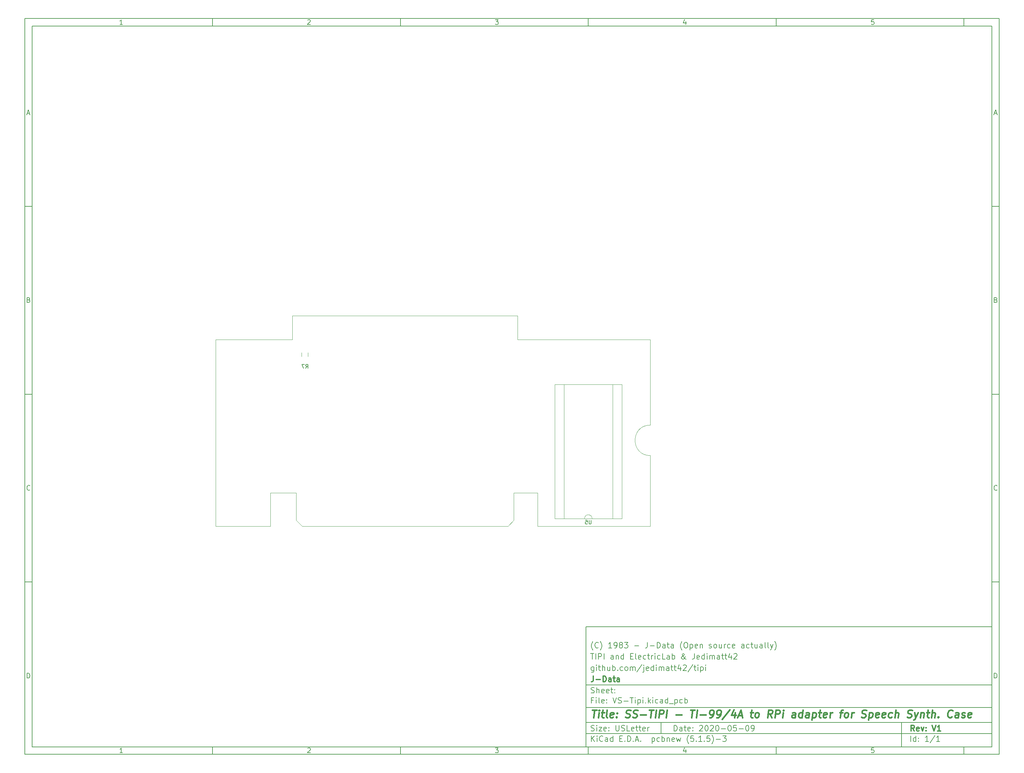
<source format=gbr>
G04 #@! TF.GenerationSoftware,KiCad,Pcbnew,(5.1.5)-3*
G04 #@! TF.CreationDate,2020-05-10T09:48:16-04:00*
G04 #@! TF.ProjectId,VS-Tipi,56532d54-6970-4692-9e6b-696361645f70,V1*
G04 #@! TF.SameCoordinates,Original*
G04 #@! TF.FileFunction,Legend,Bot*
G04 #@! TF.FilePolarity,Positive*
%FSLAX46Y46*%
G04 Gerber Fmt 4.6, Leading zero omitted, Abs format (unit mm)*
G04 Created by KiCad (PCBNEW (5.1.5)-3) date 2020-05-10 09:48:16*
%MOMM*%
%LPD*%
G04 APERTURE LIST*
%ADD10C,0.100000*%
%ADD11C,0.150000*%
%ADD12C,0.300000*%
%ADD13C,0.400000*%
G04 #@! TA.AperFunction,Profile*
%ADD14C,0.025400*%
G04 #@! TD*
%ADD15C,0.120000*%
G04 APERTURE END LIST*
D10*
D11*
X159400000Y-171900000D02*
X159400000Y-203900000D01*
X267400000Y-203900000D01*
X267400000Y-171900000D01*
X159400000Y-171900000D01*
D10*
D11*
X10000000Y-10000000D02*
X10000000Y-205900000D01*
X269400000Y-205900000D01*
X269400000Y-10000000D01*
X10000000Y-10000000D01*
D10*
D11*
X12000000Y-12000000D02*
X12000000Y-203900000D01*
X267400000Y-203900000D01*
X267400000Y-12000000D01*
X12000000Y-12000000D01*
D10*
D11*
X60000000Y-12000000D02*
X60000000Y-10000000D01*
D10*
D11*
X110000000Y-12000000D02*
X110000000Y-10000000D01*
D10*
D11*
X160000000Y-12000000D02*
X160000000Y-10000000D01*
D10*
D11*
X210000000Y-12000000D02*
X210000000Y-10000000D01*
D10*
D11*
X260000000Y-12000000D02*
X260000000Y-10000000D01*
D10*
D11*
X36065476Y-11588095D02*
X35322619Y-11588095D01*
X35694047Y-11588095D02*
X35694047Y-10288095D01*
X35570238Y-10473809D01*
X35446428Y-10597619D01*
X35322619Y-10659523D01*
D10*
D11*
X85322619Y-10411904D02*
X85384523Y-10350000D01*
X85508333Y-10288095D01*
X85817857Y-10288095D01*
X85941666Y-10350000D01*
X86003571Y-10411904D01*
X86065476Y-10535714D01*
X86065476Y-10659523D01*
X86003571Y-10845238D01*
X85260714Y-11588095D01*
X86065476Y-11588095D01*
D10*
D11*
X135260714Y-10288095D02*
X136065476Y-10288095D01*
X135632142Y-10783333D01*
X135817857Y-10783333D01*
X135941666Y-10845238D01*
X136003571Y-10907142D01*
X136065476Y-11030952D01*
X136065476Y-11340476D01*
X136003571Y-11464285D01*
X135941666Y-11526190D01*
X135817857Y-11588095D01*
X135446428Y-11588095D01*
X135322619Y-11526190D01*
X135260714Y-11464285D01*
D10*
D11*
X185941666Y-10721428D02*
X185941666Y-11588095D01*
X185632142Y-10226190D02*
X185322619Y-11154761D01*
X186127380Y-11154761D01*
D10*
D11*
X236003571Y-10288095D02*
X235384523Y-10288095D01*
X235322619Y-10907142D01*
X235384523Y-10845238D01*
X235508333Y-10783333D01*
X235817857Y-10783333D01*
X235941666Y-10845238D01*
X236003571Y-10907142D01*
X236065476Y-11030952D01*
X236065476Y-11340476D01*
X236003571Y-11464285D01*
X235941666Y-11526190D01*
X235817857Y-11588095D01*
X235508333Y-11588095D01*
X235384523Y-11526190D01*
X235322619Y-11464285D01*
D10*
D11*
X60000000Y-203900000D02*
X60000000Y-205900000D01*
D10*
D11*
X110000000Y-203900000D02*
X110000000Y-205900000D01*
D10*
D11*
X160000000Y-203900000D02*
X160000000Y-205900000D01*
D10*
D11*
X210000000Y-203900000D02*
X210000000Y-205900000D01*
D10*
D11*
X260000000Y-203900000D02*
X260000000Y-205900000D01*
D10*
D11*
X36065476Y-205488095D02*
X35322619Y-205488095D01*
X35694047Y-205488095D02*
X35694047Y-204188095D01*
X35570238Y-204373809D01*
X35446428Y-204497619D01*
X35322619Y-204559523D01*
D10*
D11*
X85322619Y-204311904D02*
X85384523Y-204250000D01*
X85508333Y-204188095D01*
X85817857Y-204188095D01*
X85941666Y-204250000D01*
X86003571Y-204311904D01*
X86065476Y-204435714D01*
X86065476Y-204559523D01*
X86003571Y-204745238D01*
X85260714Y-205488095D01*
X86065476Y-205488095D01*
D10*
D11*
X135260714Y-204188095D02*
X136065476Y-204188095D01*
X135632142Y-204683333D01*
X135817857Y-204683333D01*
X135941666Y-204745238D01*
X136003571Y-204807142D01*
X136065476Y-204930952D01*
X136065476Y-205240476D01*
X136003571Y-205364285D01*
X135941666Y-205426190D01*
X135817857Y-205488095D01*
X135446428Y-205488095D01*
X135322619Y-205426190D01*
X135260714Y-205364285D01*
D10*
D11*
X185941666Y-204621428D02*
X185941666Y-205488095D01*
X185632142Y-204126190D02*
X185322619Y-205054761D01*
X186127380Y-205054761D01*
D10*
D11*
X236003571Y-204188095D02*
X235384523Y-204188095D01*
X235322619Y-204807142D01*
X235384523Y-204745238D01*
X235508333Y-204683333D01*
X235817857Y-204683333D01*
X235941666Y-204745238D01*
X236003571Y-204807142D01*
X236065476Y-204930952D01*
X236065476Y-205240476D01*
X236003571Y-205364285D01*
X235941666Y-205426190D01*
X235817857Y-205488095D01*
X235508333Y-205488095D01*
X235384523Y-205426190D01*
X235322619Y-205364285D01*
D10*
D11*
X10000000Y-60000000D02*
X12000000Y-60000000D01*
D10*
D11*
X10000000Y-110000000D02*
X12000000Y-110000000D01*
D10*
D11*
X10000000Y-160000000D02*
X12000000Y-160000000D01*
D10*
D11*
X10690476Y-35216666D02*
X11309523Y-35216666D01*
X10566666Y-35588095D02*
X11000000Y-34288095D01*
X11433333Y-35588095D01*
D10*
D11*
X11092857Y-84907142D02*
X11278571Y-84969047D01*
X11340476Y-85030952D01*
X11402380Y-85154761D01*
X11402380Y-85340476D01*
X11340476Y-85464285D01*
X11278571Y-85526190D01*
X11154761Y-85588095D01*
X10659523Y-85588095D01*
X10659523Y-84288095D01*
X11092857Y-84288095D01*
X11216666Y-84350000D01*
X11278571Y-84411904D01*
X11340476Y-84535714D01*
X11340476Y-84659523D01*
X11278571Y-84783333D01*
X11216666Y-84845238D01*
X11092857Y-84907142D01*
X10659523Y-84907142D01*
D10*
D11*
X11402380Y-135464285D02*
X11340476Y-135526190D01*
X11154761Y-135588095D01*
X11030952Y-135588095D01*
X10845238Y-135526190D01*
X10721428Y-135402380D01*
X10659523Y-135278571D01*
X10597619Y-135030952D01*
X10597619Y-134845238D01*
X10659523Y-134597619D01*
X10721428Y-134473809D01*
X10845238Y-134350000D01*
X11030952Y-134288095D01*
X11154761Y-134288095D01*
X11340476Y-134350000D01*
X11402380Y-134411904D01*
D10*
D11*
X10659523Y-185588095D02*
X10659523Y-184288095D01*
X10969047Y-184288095D01*
X11154761Y-184350000D01*
X11278571Y-184473809D01*
X11340476Y-184597619D01*
X11402380Y-184845238D01*
X11402380Y-185030952D01*
X11340476Y-185278571D01*
X11278571Y-185402380D01*
X11154761Y-185526190D01*
X10969047Y-185588095D01*
X10659523Y-185588095D01*
D10*
D11*
X269400000Y-60000000D02*
X267400000Y-60000000D01*
D10*
D11*
X269400000Y-110000000D02*
X267400000Y-110000000D01*
D10*
D11*
X269400000Y-160000000D02*
X267400000Y-160000000D01*
D10*
D11*
X268090476Y-35216666D02*
X268709523Y-35216666D01*
X267966666Y-35588095D02*
X268400000Y-34288095D01*
X268833333Y-35588095D01*
D10*
D11*
X268492857Y-84907142D02*
X268678571Y-84969047D01*
X268740476Y-85030952D01*
X268802380Y-85154761D01*
X268802380Y-85340476D01*
X268740476Y-85464285D01*
X268678571Y-85526190D01*
X268554761Y-85588095D01*
X268059523Y-85588095D01*
X268059523Y-84288095D01*
X268492857Y-84288095D01*
X268616666Y-84350000D01*
X268678571Y-84411904D01*
X268740476Y-84535714D01*
X268740476Y-84659523D01*
X268678571Y-84783333D01*
X268616666Y-84845238D01*
X268492857Y-84907142D01*
X268059523Y-84907142D01*
D10*
D11*
X268802380Y-135464285D02*
X268740476Y-135526190D01*
X268554761Y-135588095D01*
X268430952Y-135588095D01*
X268245238Y-135526190D01*
X268121428Y-135402380D01*
X268059523Y-135278571D01*
X267997619Y-135030952D01*
X267997619Y-134845238D01*
X268059523Y-134597619D01*
X268121428Y-134473809D01*
X268245238Y-134350000D01*
X268430952Y-134288095D01*
X268554761Y-134288095D01*
X268740476Y-134350000D01*
X268802380Y-134411904D01*
D10*
D11*
X268059523Y-185588095D02*
X268059523Y-184288095D01*
X268369047Y-184288095D01*
X268554761Y-184350000D01*
X268678571Y-184473809D01*
X268740476Y-184597619D01*
X268802380Y-184845238D01*
X268802380Y-185030952D01*
X268740476Y-185278571D01*
X268678571Y-185402380D01*
X268554761Y-185526190D01*
X268369047Y-185588095D01*
X268059523Y-185588095D01*
D10*
D11*
X182832142Y-199678571D02*
X182832142Y-198178571D01*
X183189285Y-198178571D01*
X183403571Y-198250000D01*
X183546428Y-198392857D01*
X183617857Y-198535714D01*
X183689285Y-198821428D01*
X183689285Y-199035714D01*
X183617857Y-199321428D01*
X183546428Y-199464285D01*
X183403571Y-199607142D01*
X183189285Y-199678571D01*
X182832142Y-199678571D01*
X184975000Y-199678571D02*
X184975000Y-198892857D01*
X184903571Y-198750000D01*
X184760714Y-198678571D01*
X184475000Y-198678571D01*
X184332142Y-198750000D01*
X184975000Y-199607142D02*
X184832142Y-199678571D01*
X184475000Y-199678571D01*
X184332142Y-199607142D01*
X184260714Y-199464285D01*
X184260714Y-199321428D01*
X184332142Y-199178571D01*
X184475000Y-199107142D01*
X184832142Y-199107142D01*
X184975000Y-199035714D01*
X185475000Y-198678571D02*
X186046428Y-198678571D01*
X185689285Y-198178571D02*
X185689285Y-199464285D01*
X185760714Y-199607142D01*
X185903571Y-199678571D01*
X186046428Y-199678571D01*
X187117857Y-199607142D02*
X186975000Y-199678571D01*
X186689285Y-199678571D01*
X186546428Y-199607142D01*
X186475000Y-199464285D01*
X186475000Y-198892857D01*
X186546428Y-198750000D01*
X186689285Y-198678571D01*
X186975000Y-198678571D01*
X187117857Y-198750000D01*
X187189285Y-198892857D01*
X187189285Y-199035714D01*
X186475000Y-199178571D01*
X187832142Y-199535714D02*
X187903571Y-199607142D01*
X187832142Y-199678571D01*
X187760714Y-199607142D01*
X187832142Y-199535714D01*
X187832142Y-199678571D01*
X187832142Y-198750000D02*
X187903571Y-198821428D01*
X187832142Y-198892857D01*
X187760714Y-198821428D01*
X187832142Y-198750000D01*
X187832142Y-198892857D01*
X189617857Y-198321428D02*
X189689285Y-198250000D01*
X189832142Y-198178571D01*
X190189285Y-198178571D01*
X190332142Y-198250000D01*
X190403571Y-198321428D01*
X190475000Y-198464285D01*
X190475000Y-198607142D01*
X190403571Y-198821428D01*
X189546428Y-199678571D01*
X190475000Y-199678571D01*
X191403571Y-198178571D02*
X191546428Y-198178571D01*
X191689285Y-198250000D01*
X191760714Y-198321428D01*
X191832142Y-198464285D01*
X191903571Y-198750000D01*
X191903571Y-199107142D01*
X191832142Y-199392857D01*
X191760714Y-199535714D01*
X191689285Y-199607142D01*
X191546428Y-199678571D01*
X191403571Y-199678571D01*
X191260714Y-199607142D01*
X191189285Y-199535714D01*
X191117857Y-199392857D01*
X191046428Y-199107142D01*
X191046428Y-198750000D01*
X191117857Y-198464285D01*
X191189285Y-198321428D01*
X191260714Y-198250000D01*
X191403571Y-198178571D01*
X192475000Y-198321428D02*
X192546428Y-198250000D01*
X192689285Y-198178571D01*
X193046428Y-198178571D01*
X193189285Y-198250000D01*
X193260714Y-198321428D01*
X193332142Y-198464285D01*
X193332142Y-198607142D01*
X193260714Y-198821428D01*
X192403571Y-199678571D01*
X193332142Y-199678571D01*
X194260714Y-198178571D02*
X194403571Y-198178571D01*
X194546428Y-198250000D01*
X194617857Y-198321428D01*
X194689285Y-198464285D01*
X194760714Y-198750000D01*
X194760714Y-199107142D01*
X194689285Y-199392857D01*
X194617857Y-199535714D01*
X194546428Y-199607142D01*
X194403571Y-199678571D01*
X194260714Y-199678571D01*
X194117857Y-199607142D01*
X194046428Y-199535714D01*
X193975000Y-199392857D01*
X193903571Y-199107142D01*
X193903571Y-198750000D01*
X193975000Y-198464285D01*
X194046428Y-198321428D01*
X194117857Y-198250000D01*
X194260714Y-198178571D01*
X195403571Y-199107142D02*
X196546428Y-199107142D01*
X197546428Y-198178571D02*
X197689285Y-198178571D01*
X197832142Y-198250000D01*
X197903571Y-198321428D01*
X197975000Y-198464285D01*
X198046428Y-198750000D01*
X198046428Y-199107142D01*
X197975000Y-199392857D01*
X197903571Y-199535714D01*
X197832142Y-199607142D01*
X197689285Y-199678571D01*
X197546428Y-199678571D01*
X197403571Y-199607142D01*
X197332142Y-199535714D01*
X197260714Y-199392857D01*
X197189285Y-199107142D01*
X197189285Y-198750000D01*
X197260714Y-198464285D01*
X197332142Y-198321428D01*
X197403571Y-198250000D01*
X197546428Y-198178571D01*
X199403571Y-198178571D02*
X198689285Y-198178571D01*
X198617857Y-198892857D01*
X198689285Y-198821428D01*
X198832142Y-198750000D01*
X199189285Y-198750000D01*
X199332142Y-198821428D01*
X199403571Y-198892857D01*
X199475000Y-199035714D01*
X199475000Y-199392857D01*
X199403571Y-199535714D01*
X199332142Y-199607142D01*
X199189285Y-199678571D01*
X198832142Y-199678571D01*
X198689285Y-199607142D01*
X198617857Y-199535714D01*
X200117857Y-199107142D02*
X201260714Y-199107142D01*
X202260714Y-198178571D02*
X202403571Y-198178571D01*
X202546428Y-198250000D01*
X202617857Y-198321428D01*
X202689285Y-198464285D01*
X202760714Y-198750000D01*
X202760714Y-199107142D01*
X202689285Y-199392857D01*
X202617857Y-199535714D01*
X202546428Y-199607142D01*
X202403571Y-199678571D01*
X202260714Y-199678571D01*
X202117857Y-199607142D01*
X202046428Y-199535714D01*
X201975000Y-199392857D01*
X201903571Y-199107142D01*
X201903571Y-198750000D01*
X201975000Y-198464285D01*
X202046428Y-198321428D01*
X202117857Y-198250000D01*
X202260714Y-198178571D01*
X203475000Y-199678571D02*
X203760714Y-199678571D01*
X203903571Y-199607142D01*
X203975000Y-199535714D01*
X204117857Y-199321428D01*
X204189285Y-199035714D01*
X204189285Y-198464285D01*
X204117857Y-198321428D01*
X204046428Y-198250000D01*
X203903571Y-198178571D01*
X203617857Y-198178571D01*
X203475000Y-198250000D01*
X203403571Y-198321428D01*
X203332142Y-198464285D01*
X203332142Y-198821428D01*
X203403571Y-198964285D01*
X203475000Y-199035714D01*
X203617857Y-199107142D01*
X203903571Y-199107142D01*
X204046428Y-199035714D01*
X204117857Y-198964285D01*
X204189285Y-198821428D01*
D10*
D11*
X159400000Y-200400000D02*
X267400000Y-200400000D01*
D10*
D11*
X160832142Y-202478571D02*
X160832142Y-200978571D01*
X161689285Y-202478571D02*
X161046428Y-201621428D01*
X161689285Y-200978571D02*
X160832142Y-201835714D01*
X162332142Y-202478571D02*
X162332142Y-201478571D01*
X162332142Y-200978571D02*
X162260714Y-201050000D01*
X162332142Y-201121428D01*
X162403571Y-201050000D01*
X162332142Y-200978571D01*
X162332142Y-201121428D01*
X163903571Y-202335714D02*
X163832142Y-202407142D01*
X163617857Y-202478571D01*
X163475000Y-202478571D01*
X163260714Y-202407142D01*
X163117857Y-202264285D01*
X163046428Y-202121428D01*
X162975000Y-201835714D01*
X162975000Y-201621428D01*
X163046428Y-201335714D01*
X163117857Y-201192857D01*
X163260714Y-201050000D01*
X163475000Y-200978571D01*
X163617857Y-200978571D01*
X163832142Y-201050000D01*
X163903571Y-201121428D01*
X165189285Y-202478571D02*
X165189285Y-201692857D01*
X165117857Y-201550000D01*
X164975000Y-201478571D01*
X164689285Y-201478571D01*
X164546428Y-201550000D01*
X165189285Y-202407142D02*
X165046428Y-202478571D01*
X164689285Y-202478571D01*
X164546428Y-202407142D01*
X164475000Y-202264285D01*
X164475000Y-202121428D01*
X164546428Y-201978571D01*
X164689285Y-201907142D01*
X165046428Y-201907142D01*
X165189285Y-201835714D01*
X166546428Y-202478571D02*
X166546428Y-200978571D01*
X166546428Y-202407142D02*
X166403571Y-202478571D01*
X166117857Y-202478571D01*
X165975000Y-202407142D01*
X165903571Y-202335714D01*
X165832142Y-202192857D01*
X165832142Y-201764285D01*
X165903571Y-201621428D01*
X165975000Y-201550000D01*
X166117857Y-201478571D01*
X166403571Y-201478571D01*
X166546428Y-201550000D01*
X168403571Y-201692857D02*
X168903571Y-201692857D01*
X169117857Y-202478571D02*
X168403571Y-202478571D01*
X168403571Y-200978571D01*
X169117857Y-200978571D01*
X169760714Y-202335714D02*
X169832142Y-202407142D01*
X169760714Y-202478571D01*
X169689285Y-202407142D01*
X169760714Y-202335714D01*
X169760714Y-202478571D01*
X170475000Y-202478571D02*
X170475000Y-200978571D01*
X170832142Y-200978571D01*
X171046428Y-201050000D01*
X171189285Y-201192857D01*
X171260714Y-201335714D01*
X171332142Y-201621428D01*
X171332142Y-201835714D01*
X171260714Y-202121428D01*
X171189285Y-202264285D01*
X171046428Y-202407142D01*
X170832142Y-202478571D01*
X170475000Y-202478571D01*
X171975000Y-202335714D02*
X172046428Y-202407142D01*
X171975000Y-202478571D01*
X171903571Y-202407142D01*
X171975000Y-202335714D01*
X171975000Y-202478571D01*
X172617857Y-202050000D02*
X173332142Y-202050000D01*
X172475000Y-202478571D02*
X172975000Y-200978571D01*
X173475000Y-202478571D01*
X173975000Y-202335714D02*
X174046428Y-202407142D01*
X173975000Y-202478571D01*
X173903571Y-202407142D01*
X173975000Y-202335714D01*
X173975000Y-202478571D01*
X176975000Y-201478571D02*
X176975000Y-202978571D01*
X176975000Y-201550000D02*
X177117857Y-201478571D01*
X177403571Y-201478571D01*
X177546428Y-201550000D01*
X177617857Y-201621428D01*
X177689285Y-201764285D01*
X177689285Y-202192857D01*
X177617857Y-202335714D01*
X177546428Y-202407142D01*
X177403571Y-202478571D01*
X177117857Y-202478571D01*
X176975000Y-202407142D01*
X178975000Y-202407142D02*
X178832142Y-202478571D01*
X178546428Y-202478571D01*
X178403571Y-202407142D01*
X178332142Y-202335714D01*
X178260714Y-202192857D01*
X178260714Y-201764285D01*
X178332142Y-201621428D01*
X178403571Y-201550000D01*
X178546428Y-201478571D01*
X178832142Y-201478571D01*
X178975000Y-201550000D01*
X179617857Y-202478571D02*
X179617857Y-200978571D01*
X179617857Y-201550000D02*
X179760714Y-201478571D01*
X180046428Y-201478571D01*
X180189285Y-201550000D01*
X180260714Y-201621428D01*
X180332142Y-201764285D01*
X180332142Y-202192857D01*
X180260714Y-202335714D01*
X180189285Y-202407142D01*
X180046428Y-202478571D01*
X179760714Y-202478571D01*
X179617857Y-202407142D01*
X180975000Y-201478571D02*
X180975000Y-202478571D01*
X180975000Y-201621428D02*
X181046428Y-201550000D01*
X181189285Y-201478571D01*
X181403571Y-201478571D01*
X181546428Y-201550000D01*
X181617857Y-201692857D01*
X181617857Y-202478571D01*
X182903571Y-202407142D02*
X182760714Y-202478571D01*
X182475000Y-202478571D01*
X182332142Y-202407142D01*
X182260714Y-202264285D01*
X182260714Y-201692857D01*
X182332142Y-201550000D01*
X182475000Y-201478571D01*
X182760714Y-201478571D01*
X182903571Y-201550000D01*
X182975000Y-201692857D01*
X182975000Y-201835714D01*
X182260714Y-201978571D01*
X183475000Y-201478571D02*
X183760714Y-202478571D01*
X184046428Y-201764285D01*
X184332142Y-202478571D01*
X184617857Y-201478571D01*
X186760714Y-203050000D02*
X186689285Y-202978571D01*
X186546428Y-202764285D01*
X186475000Y-202621428D01*
X186403571Y-202407142D01*
X186332142Y-202050000D01*
X186332142Y-201764285D01*
X186403571Y-201407142D01*
X186475000Y-201192857D01*
X186546428Y-201050000D01*
X186689285Y-200835714D01*
X186760714Y-200764285D01*
X188046428Y-200978571D02*
X187332142Y-200978571D01*
X187260714Y-201692857D01*
X187332142Y-201621428D01*
X187475000Y-201550000D01*
X187832142Y-201550000D01*
X187975000Y-201621428D01*
X188046428Y-201692857D01*
X188117857Y-201835714D01*
X188117857Y-202192857D01*
X188046428Y-202335714D01*
X187975000Y-202407142D01*
X187832142Y-202478571D01*
X187475000Y-202478571D01*
X187332142Y-202407142D01*
X187260714Y-202335714D01*
X188760714Y-202335714D02*
X188832142Y-202407142D01*
X188760714Y-202478571D01*
X188689285Y-202407142D01*
X188760714Y-202335714D01*
X188760714Y-202478571D01*
X190260714Y-202478571D02*
X189403571Y-202478571D01*
X189832142Y-202478571D02*
X189832142Y-200978571D01*
X189689285Y-201192857D01*
X189546428Y-201335714D01*
X189403571Y-201407142D01*
X190903571Y-202335714D02*
X190975000Y-202407142D01*
X190903571Y-202478571D01*
X190832142Y-202407142D01*
X190903571Y-202335714D01*
X190903571Y-202478571D01*
X192332142Y-200978571D02*
X191617857Y-200978571D01*
X191546428Y-201692857D01*
X191617857Y-201621428D01*
X191760714Y-201550000D01*
X192117857Y-201550000D01*
X192260714Y-201621428D01*
X192332142Y-201692857D01*
X192403571Y-201835714D01*
X192403571Y-202192857D01*
X192332142Y-202335714D01*
X192260714Y-202407142D01*
X192117857Y-202478571D01*
X191760714Y-202478571D01*
X191617857Y-202407142D01*
X191546428Y-202335714D01*
X192903571Y-203050000D02*
X192975000Y-202978571D01*
X193117857Y-202764285D01*
X193189285Y-202621428D01*
X193260714Y-202407142D01*
X193332142Y-202050000D01*
X193332142Y-201764285D01*
X193260714Y-201407142D01*
X193189285Y-201192857D01*
X193117857Y-201050000D01*
X192975000Y-200835714D01*
X192903571Y-200764285D01*
X194046428Y-201907142D02*
X195189285Y-201907142D01*
X195760714Y-200978571D02*
X196689285Y-200978571D01*
X196189285Y-201550000D01*
X196403571Y-201550000D01*
X196546428Y-201621428D01*
X196617857Y-201692857D01*
X196689285Y-201835714D01*
X196689285Y-202192857D01*
X196617857Y-202335714D01*
X196546428Y-202407142D01*
X196403571Y-202478571D01*
X195975000Y-202478571D01*
X195832142Y-202407142D01*
X195760714Y-202335714D01*
D10*
D11*
X159400000Y-197400000D02*
X267400000Y-197400000D01*
D10*
D12*
X246809285Y-199678571D02*
X246309285Y-198964285D01*
X245952142Y-199678571D02*
X245952142Y-198178571D01*
X246523571Y-198178571D01*
X246666428Y-198250000D01*
X246737857Y-198321428D01*
X246809285Y-198464285D01*
X246809285Y-198678571D01*
X246737857Y-198821428D01*
X246666428Y-198892857D01*
X246523571Y-198964285D01*
X245952142Y-198964285D01*
X248023571Y-199607142D02*
X247880714Y-199678571D01*
X247595000Y-199678571D01*
X247452142Y-199607142D01*
X247380714Y-199464285D01*
X247380714Y-198892857D01*
X247452142Y-198750000D01*
X247595000Y-198678571D01*
X247880714Y-198678571D01*
X248023571Y-198750000D01*
X248095000Y-198892857D01*
X248095000Y-199035714D01*
X247380714Y-199178571D01*
X248595000Y-198678571D02*
X248952142Y-199678571D01*
X249309285Y-198678571D01*
X249880714Y-199535714D02*
X249952142Y-199607142D01*
X249880714Y-199678571D01*
X249809285Y-199607142D01*
X249880714Y-199535714D01*
X249880714Y-199678571D01*
X249880714Y-198750000D02*
X249952142Y-198821428D01*
X249880714Y-198892857D01*
X249809285Y-198821428D01*
X249880714Y-198750000D01*
X249880714Y-198892857D01*
X251523571Y-198178571D02*
X252023571Y-199678571D01*
X252523571Y-198178571D01*
X253809285Y-199678571D02*
X252952142Y-199678571D01*
X253380714Y-199678571D02*
X253380714Y-198178571D01*
X253237857Y-198392857D01*
X253095000Y-198535714D01*
X252952142Y-198607142D01*
D10*
D11*
X160760714Y-199607142D02*
X160975000Y-199678571D01*
X161332142Y-199678571D01*
X161475000Y-199607142D01*
X161546428Y-199535714D01*
X161617857Y-199392857D01*
X161617857Y-199250000D01*
X161546428Y-199107142D01*
X161475000Y-199035714D01*
X161332142Y-198964285D01*
X161046428Y-198892857D01*
X160903571Y-198821428D01*
X160832142Y-198750000D01*
X160760714Y-198607142D01*
X160760714Y-198464285D01*
X160832142Y-198321428D01*
X160903571Y-198250000D01*
X161046428Y-198178571D01*
X161403571Y-198178571D01*
X161617857Y-198250000D01*
X162260714Y-199678571D02*
X162260714Y-198678571D01*
X162260714Y-198178571D02*
X162189285Y-198250000D01*
X162260714Y-198321428D01*
X162332142Y-198250000D01*
X162260714Y-198178571D01*
X162260714Y-198321428D01*
X162832142Y-198678571D02*
X163617857Y-198678571D01*
X162832142Y-199678571D01*
X163617857Y-199678571D01*
X164760714Y-199607142D02*
X164617857Y-199678571D01*
X164332142Y-199678571D01*
X164189285Y-199607142D01*
X164117857Y-199464285D01*
X164117857Y-198892857D01*
X164189285Y-198750000D01*
X164332142Y-198678571D01*
X164617857Y-198678571D01*
X164760714Y-198750000D01*
X164832142Y-198892857D01*
X164832142Y-199035714D01*
X164117857Y-199178571D01*
X165475000Y-199535714D02*
X165546428Y-199607142D01*
X165475000Y-199678571D01*
X165403571Y-199607142D01*
X165475000Y-199535714D01*
X165475000Y-199678571D01*
X165475000Y-198750000D02*
X165546428Y-198821428D01*
X165475000Y-198892857D01*
X165403571Y-198821428D01*
X165475000Y-198750000D01*
X165475000Y-198892857D01*
X167332142Y-198178571D02*
X167332142Y-199392857D01*
X167403571Y-199535714D01*
X167475000Y-199607142D01*
X167617857Y-199678571D01*
X167903571Y-199678571D01*
X168046428Y-199607142D01*
X168117857Y-199535714D01*
X168189285Y-199392857D01*
X168189285Y-198178571D01*
X168832142Y-199607142D02*
X169046428Y-199678571D01*
X169403571Y-199678571D01*
X169546428Y-199607142D01*
X169617857Y-199535714D01*
X169689285Y-199392857D01*
X169689285Y-199250000D01*
X169617857Y-199107142D01*
X169546428Y-199035714D01*
X169403571Y-198964285D01*
X169117857Y-198892857D01*
X168975000Y-198821428D01*
X168903571Y-198750000D01*
X168832142Y-198607142D01*
X168832142Y-198464285D01*
X168903571Y-198321428D01*
X168975000Y-198250000D01*
X169117857Y-198178571D01*
X169475000Y-198178571D01*
X169689285Y-198250000D01*
X171046428Y-199678571D02*
X170332142Y-199678571D01*
X170332142Y-198178571D01*
X172117857Y-199607142D02*
X171975000Y-199678571D01*
X171689285Y-199678571D01*
X171546428Y-199607142D01*
X171475000Y-199464285D01*
X171475000Y-198892857D01*
X171546428Y-198750000D01*
X171689285Y-198678571D01*
X171975000Y-198678571D01*
X172117857Y-198750000D01*
X172189285Y-198892857D01*
X172189285Y-199035714D01*
X171475000Y-199178571D01*
X172617857Y-198678571D02*
X173189285Y-198678571D01*
X172832142Y-198178571D02*
X172832142Y-199464285D01*
X172903571Y-199607142D01*
X173046428Y-199678571D01*
X173189285Y-199678571D01*
X173475000Y-198678571D02*
X174046428Y-198678571D01*
X173689285Y-198178571D02*
X173689285Y-199464285D01*
X173760714Y-199607142D01*
X173903571Y-199678571D01*
X174046428Y-199678571D01*
X175117857Y-199607142D02*
X174975000Y-199678571D01*
X174689285Y-199678571D01*
X174546428Y-199607142D01*
X174475000Y-199464285D01*
X174475000Y-198892857D01*
X174546428Y-198750000D01*
X174689285Y-198678571D01*
X174975000Y-198678571D01*
X175117857Y-198750000D01*
X175189285Y-198892857D01*
X175189285Y-199035714D01*
X174475000Y-199178571D01*
X175832142Y-199678571D02*
X175832142Y-198678571D01*
X175832142Y-198964285D02*
X175903571Y-198821428D01*
X175975000Y-198750000D01*
X176117857Y-198678571D01*
X176260714Y-198678571D01*
D10*
D11*
X245832142Y-202478571D02*
X245832142Y-200978571D01*
X247189285Y-202478571D02*
X247189285Y-200978571D01*
X247189285Y-202407142D02*
X247046428Y-202478571D01*
X246760714Y-202478571D01*
X246617857Y-202407142D01*
X246546428Y-202335714D01*
X246475000Y-202192857D01*
X246475000Y-201764285D01*
X246546428Y-201621428D01*
X246617857Y-201550000D01*
X246760714Y-201478571D01*
X247046428Y-201478571D01*
X247189285Y-201550000D01*
X247903571Y-202335714D02*
X247975000Y-202407142D01*
X247903571Y-202478571D01*
X247832142Y-202407142D01*
X247903571Y-202335714D01*
X247903571Y-202478571D01*
X247903571Y-201550000D02*
X247975000Y-201621428D01*
X247903571Y-201692857D01*
X247832142Y-201621428D01*
X247903571Y-201550000D01*
X247903571Y-201692857D01*
X250546428Y-202478571D02*
X249689285Y-202478571D01*
X250117857Y-202478571D02*
X250117857Y-200978571D01*
X249975000Y-201192857D01*
X249832142Y-201335714D01*
X249689285Y-201407142D01*
X252260714Y-200907142D02*
X250975000Y-202835714D01*
X253546428Y-202478571D02*
X252689285Y-202478571D01*
X253117857Y-202478571D02*
X253117857Y-200978571D01*
X252975000Y-201192857D01*
X252832142Y-201335714D01*
X252689285Y-201407142D01*
D10*
D11*
X159400000Y-193400000D02*
X267400000Y-193400000D01*
D10*
D13*
X161112380Y-194104761D02*
X162255238Y-194104761D01*
X161433809Y-196104761D02*
X161683809Y-194104761D01*
X162671904Y-196104761D02*
X162838571Y-194771428D01*
X162921904Y-194104761D02*
X162814761Y-194200000D01*
X162898095Y-194295238D01*
X163005238Y-194200000D01*
X162921904Y-194104761D01*
X162898095Y-194295238D01*
X163505238Y-194771428D02*
X164267142Y-194771428D01*
X163874285Y-194104761D02*
X163660000Y-195819047D01*
X163731428Y-196009523D01*
X163910000Y-196104761D01*
X164100476Y-196104761D01*
X165052857Y-196104761D02*
X164874285Y-196009523D01*
X164802857Y-195819047D01*
X165017142Y-194104761D01*
X166588571Y-196009523D02*
X166386190Y-196104761D01*
X166005238Y-196104761D01*
X165826666Y-196009523D01*
X165755238Y-195819047D01*
X165850476Y-195057142D01*
X165969523Y-194866666D01*
X166171904Y-194771428D01*
X166552857Y-194771428D01*
X166731428Y-194866666D01*
X166802857Y-195057142D01*
X166779047Y-195247619D01*
X165802857Y-195438095D01*
X167552857Y-195914285D02*
X167636190Y-196009523D01*
X167529047Y-196104761D01*
X167445714Y-196009523D01*
X167552857Y-195914285D01*
X167529047Y-196104761D01*
X167683809Y-194866666D02*
X167767142Y-194961904D01*
X167660000Y-195057142D01*
X167576666Y-194961904D01*
X167683809Y-194866666D01*
X167660000Y-195057142D01*
X169921904Y-196009523D02*
X170195714Y-196104761D01*
X170671904Y-196104761D01*
X170874285Y-196009523D01*
X170981428Y-195914285D01*
X171100476Y-195723809D01*
X171124285Y-195533333D01*
X171052857Y-195342857D01*
X170969523Y-195247619D01*
X170790952Y-195152380D01*
X170421904Y-195057142D01*
X170243333Y-194961904D01*
X170160000Y-194866666D01*
X170088571Y-194676190D01*
X170112380Y-194485714D01*
X170231428Y-194295238D01*
X170338571Y-194200000D01*
X170540952Y-194104761D01*
X171017142Y-194104761D01*
X171290952Y-194200000D01*
X171826666Y-196009523D02*
X172100476Y-196104761D01*
X172576666Y-196104761D01*
X172779047Y-196009523D01*
X172886190Y-195914285D01*
X173005238Y-195723809D01*
X173029047Y-195533333D01*
X172957619Y-195342857D01*
X172874285Y-195247619D01*
X172695714Y-195152380D01*
X172326666Y-195057142D01*
X172148095Y-194961904D01*
X172064761Y-194866666D01*
X171993333Y-194676190D01*
X172017142Y-194485714D01*
X172136190Y-194295238D01*
X172243333Y-194200000D01*
X172445714Y-194104761D01*
X172921904Y-194104761D01*
X173195714Y-194200000D01*
X173910000Y-195342857D02*
X175433809Y-195342857D01*
X176255238Y-194104761D02*
X177398095Y-194104761D01*
X176576666Y-196104761D02*
X176826666Y-194104761D01*
X177814761Y-196104761D02*
X178064761Y-194104761D01*
X178767142Y-196104761D02*
X179017142Y-194104761D01*
X179779047Y-194104761D01*
X179957619Y-194200000D01*
X180040952Y-194295238D01*
X180112380Y-194485714D01*
X180076666Y-194771428D01*
X179957619Y-194961904D01*
X179850476Y-195057142D01*
X179648095Y-195152380D01*
X178886190Y-195152380D01*
X180767142Y-196104761D02*
X181017142Y-194104761D01*
X183338571Y-195342857D02*
X184862380Y-195342857D01*
X187207619Y-194104761D02*
X188350476Y-194104761D01*
X187529047Y-196104761D02*
X187779047Y-194104761D01*
X188767142Y-196104761D02*
X189017142Y-194104761D01*
X189814761Y-195342857D02*
X191338571Y-195342857D01*
X192290952Y-196104761D02*
X192671904Y-196104761D01*
X192874285Y-196009523D01*
X192981428Y-195914285D01*
X193207619Y-195628571D01*
X193350476Y-195247619D01*
X193445714Y-194485714D01*
X193374285Y-194295238D01*
X193290952Y-194200000D01*
X193112380Y-194104761D01*
X192731428Y-194104761D01*
X192529047Y-194200000D01*
X192421904Y-194295238D01*
X192302857Y-194485714D01*
X192243333Y-194961904D01*
X192314761Y-195152380D01*
X192398095Y-195247619D01*
X192576666Y-195342857D01*
X192957619Y-195342857D01*
X193160000Y-195247619D01*
X193267142Y-195152380D01*
X193386190Y-194961904D01*
X194195714Y-196104761D02*
X194576666Y-196104761D01*
X194779047Y-196009523D01*
X194886190Y-195914285D01*
X195112380Y-195628571D01*
X195255238Y-195247619D01*
X195350476Y-194485714D01*
X195279047Y-194295238D01*
X195195714Y-194200000D01*
X195017142Y-194104761D01*
X194636190Y-194104761D01*
X194433809Y-194200000D01*
X194326666Y-194295238D01*
X194207619Y-194485714D01*
X194148095Y-194961904D01*
X194219523Y-195152380D01*
X194302857Y-195247619D01*
X194481428Y-195342857D01*
X194862380Y-195342857D01*
X195064761Y-195247619D01*
X195171904Y-195152380D01*
X195290952Y-194961904D01*
X197695714Y-194009523D02*
X195660000Y-196580952D01*
X199124285Y-194771428D02*
X198957619Y-196104761D01*
X198743333Y-194009523D02*
X198088571Y-195438095D01*
X199326666Y-195438095D01*
X199981428Y-195533333D02*
X200933809Y-195533333D01*
X199719523Y-196104761D02*
X200636190Y-194104761D01*
X201052857Y-196104761D01*
X203124285Y-194771428D02*
X203886190Y-194771428D01*
X203493333Y-194104761D02*
X203279047Y-195819047D01*
X203350476Y-196009523D01*
X203529047Y-196104761D01*
X203719523Y-196104761D01*
X204671904Y-196104761D02*
X204493333Y-196009523D01*
X204410000Y-195914285D01*
X204338571Y-195723809D01*
X204410000Y-195152380D01*
X204529047Y-194961904D01*
X204636190Y-194866666D01*
X204838571Y-194771428D01*
X205124285Y-194771428D01*
X205302857Y-194866666D01*
X205386190Y-194961904D01*
X205457619Y-195152380D01*
X205386190Y-195723809D01*
X205267142Y-195914285D01*
X205160000Y-196009523D01*
X204957619Y-196104761D01*
X204671904Y-196104761D01*
X208862380Y-196104761D02*
X208314761Y-195152380D01*
X207719523Y-196104761D02*
X207969523Y-194104761D01*
X208731428Y-194104761D01*
X208910000Y-194200000D01*
X208993333Y-194295238D01*
X209064761Y-194485714D01*
X209029047Y-194771428D01*
X208910000Y-194961904D01*
X208802857Y-195057142D01*
X208600476Y-195152380D01*
X207838571Y-195152380D01*
X209719523Y-196104761D02*
X209969523Y-194104761D01*
X210731428Y-194104761D01*
X210910000Y-194200000D01*
X210993333Y-194295238D01*
X211064761Y-194485714D01*
X211029047Y-194771428D01*
X210910000Y-194961904D01*
X210802857Y-195057142D01*
X210600476Y-195152380D01*
X209838571Y-195152380D01*
X211719523Y-196104761D02*
X211886190Y-194771428D01*
X211969523Y-194104761D02*
X211862380Y-194200000D01*
X211945714Y-194295238D01*
X212052857Y-194200000D01*
X211969523Y-194104761D01*
X211945714Y-194295238D01*
X215052857Y-196104761D02*
X215183809Y-195057142D01*
X215112380Y-194866666D01*
X214933809Y-194771428D01*
X214552857Y-194771428D01*
X214350476Y-194866666D01*
X215064761Y-196009523D02*
X214862380Y-196104761D01*
X214386190Y-196104761D01*
X214207619Y-196009523D01*
X214136190Y-195819047D01*
X214160000Y-195628571D01*
X214279047Y-195438095D01*
X214481428Y-195342857D01*
X214957619Y-195342857D01*
X215160000Y-195247619D01*
X216862380Y-196104761D02*
X217112380Y-194104761D01*
X216874285Y-196009523D02*
X216671904Y-196104761D01*
X216290952Y-196104761D01*
X216112380Y-196009523D01*
X216029047Y-195914285D01*
X215957619Y-195723809D01*
X216029047Y-195152380D01*
X216148095Y-194961904D01*
X216255238Y-194866666D01*
X216457619Y-194771428D01*
X216838571Y-194771428D01*
X217017142Y-194866666D01*
X218671904Y-196104761D02*
X218802857Y-195057142D01*
X218731428Y-194866666D01*
X218552857Y-194771428D01*
X218171904Y-194771428D01*
X217969523Y-194866666D01*
X218683809Y-196009523D02*
X218481428Y-196104761D01*
X218005238Y-196104761D01*
X217826666Y-196009523D01*
X217755238Y-195819047D01*
X217779047Y-195628571D01*
X217898095Y-195438095D01*
X218100476Y-195342857D01*
X218576666Y-195342857D01*
X218779047Y-195247619D01*
X219790952Y-194771428D02*
X219540952Y-196771428D01*
X219779047Y-194866666D02*
X219981428Y-194771428D01*
X220362380Y-194771428D01*
X220540952Y-194866666D01*
X220624285Y-194961904D01*
X220695714Y-195152380D01*
X220624285Y-195723809D01*
X220505238Y-195914285D01*
X220398095Y-196009523D01*
X220195714Y-196104761D01*
X219814761Y-196104761D01*
X219636190Y-196009523D01*
X221314761Y-194771428D02*
X222076666Y-194771428D01*
X221683809Y-194104761D02*
X221469523Y-195819047D01*
X221540952Y-196009523D01*
X221719523Y-196104761D01*
X221909999Y-196104761D01*
X223350476Y-196009523D02*
X223148095Y-196104761D01*
X222767142Y-196104761D01*
X222588571Y-196009523D01*
X222517142Y-195819047D01*
X222612380Y-195057142D01*
X222731428Y-194866666D01*
X222933809Y-194771428D01*
X223314761Y-194771428D01*
X223493333Y-194866666D01*
X223564761Y-195057142D01*
X223540952Y-195247619D01*
X222564761Y-195438095D01*
X224290952Y-196104761D02*
X224457619Y-194771428D01*
X224409999Y-195152380D02*
X224529047Y-194961904D01*
X224636190Y-194866666D01*
X224838571Y-194771428D01*
X225029047Y-194771428D01*
X226933809Y-194771428D02*
X227695714Y-194771428D01*
X227052857Y-196104761D02*
X227267142Y-194390476D01*
X227386190Y-194200000D01*
X227588571Y-194104761D01*
X227779047Y-194104761D01*
X228481428Y-196104761D02*
X228302857Y-196009523D01*
X228219523Y-195914285D01*
X228148095Y-195723809D01*
X228219523Y-195152380D01*
X228338571Y-194961904D01*
X228445714Y-194866666D01*
X228648095Y-194771428D01*
X228933809Y-194771428D01*
X229112380Y-194866666D01*
X229195714Y-194961904D01*
X229267142Y-195152380D01*
X229195714Y-195723809D01*
X229076666Y-195914285D01*
X228969523Y-196009523D01*
X228767142Y-196104761D01*
X228481428Y-196104761D01*
X230005238Y-196104761D02*
X230171904Y-194771428D01*
X230124285Y-195152380D02*
X230243333Y-194961904D01*
X230350476Y-194866666D01*
X230552857Y-194771428D01*
X230743333Y-194771428D01*
X232683809Y-196009523D02*
X232957619Y-196104761D01*
X233433809Y-196104761D01*
X233636190Y-196009523D01*
X233743333Y-195914285D01*
X233862380Y-195723809D01*
X233886190Y-195533333D01*
X233814761Y-195342857D01*
X233731428Y-195247619D01*
X233552857Y-195152380D01*
X233183809Y-195057142D01*
X233005238Y-194961904D01*
X232921904Y-194866666D01*
X232850476Y-194676190D01*
X232874285Y-194485714D01*
X232993333Y-194295238D01*
X233100476Y-194200000D01*
X233302857Y-194104761D01*
X233779047Y-194104761D01*
X234052857Y-194200000D01*
X234838571Y-194771428D02*
X234588571Y-196771428D01*
X234826666Y-194866666D02*
X235029047Y-194771428D01*
X235410000Y-194771428D01*
X235588571Y-194866666D01*
X235671904Y-194961904D01*
X235743333Y-195152380D01*
X235671904Y-195723809D01*
X235552857Y-195914285D01*
X235445714Y-196009523D01*
X235243333Y-196104761D01*
X234862380Y-196104761D01*
X234683809Y-196009523D01*
X237255238Y-196009523D02*
X237052857Y-196104761D01*
X236671904Y-196104761D01*
X236493333Y-196009523D01*
X236421904Y-195819047D01*
X236517142Y-195057142D01*
X236636190Y-194866666D01*
X236838571Y-194771428D01*
X237219523Y-194771428D01*
X237398095Y-194866666D01*
X237469523Y-195057142D01*
X237445714Y-195247619D01*
X236469523Y-195438095D01*
X238969523Y-196009523D02*
X238767142Y-196104761D01*
X238386190Y-196104761D01*
X238207619Y-196009523D01*
X238136190Y-195819047D01*
X238231428Y-195057142D01*
X238350476Y-194866666D01*
X238552857Y-194771428D01*
X238933809Y-194771428D01*
X239112380Y-194866666D01*
X239183809Y-195057142D01*
X239159999Y-195247619D01*
X238183809Y-195438095D01*
X240779047Y-196009523D02*
X240576666Y-196104761D01*
X240195714Y-196104761D01*
X240017142Y-196009523D01*
X239933809Y-195914285D01*
X239862380Y-195723809D01*
X239933809Y-195152380D01*
X240052857Y-194961904D01*
X240160000Y-194866666D01*
X240362380Y-194771428D01*
X240743333Y-194771428D01*
X240921904Y-194866666D01*
X241624285Y-196104761D02*
X241874285Y-194104761D01*
X242481428Y-196104761D02*
X242612380Y-195057142D01*
X242540952Y-194866666D01*
X242362380Y-194771428D01*
X242076666Y-194771428D01*
X241874285Y-194866666D01*
X241767142Y-194961904D01*
X244874285Y-196009523D02*
X245148095Y-196104761D01*
X245624285Y-196104761D01*
X245826666Y-196009523D01*
X245933809Y-195914285D01*
X246052857Y-195723809D01*
X246076666Y-195533333D01*
X246005238Y-195342857D01*
X245921904Y-195247619D01*
X245743333Y-195152380D01*
X245374285Y-195057142D01*
X245195714Y-194961904D01*
X245112380Y-194866666D01*
X245040952Y-194676190D01*
X245064761Y-194485714D01*
X245183809Y-194295238D01*
X245290952Y-194200000D01*
X245493333Y-194104761D01*
X245969523Y-194104761D01*
X246243333Y-194200000D01*
X246838571Y-194771428D02*
X247148095Y-196104761D01*
X247790952Y-194771428D02*
X247148095Y-196104761D01*
X246898095Y-196580952D01*
X246790952Y-196676190D01*
X246588571Y-196771428D01*
X248552857Y-194771428D02*
X248386190Y-196104761D01*
X248529047Y-194961904D02*
X248636190Y-194866666D01*
X248838571Y-194771428D01*
X249124285Y-194771428D01*
X249302857Y-194866666D01*
X249374285Y-195057142D01*
X249243333Y-196104761D01*
X250076666Y-194771428D02*
X250838571Y-194771428D01*
X250445714Y-194104761D02*
X250231428Y-195819047D01*
X250302857Y-196009523D01*
X250481428Y-196104761D01*
X250671904Y-196104761D01*
X251338571Y-196104761D02*
X251588571Y-194104761D01*
X252195714Y-196104761D02*
X252326666Y-195057142D01*
X252255238Y-194866666D01*
X252076666Y-194771428D01*
X251790952Y-194771428D01*
X251588571Y-194866666D01*
X251481428Y-194961904D01*
X253171904Y-195914285D02*
X253255238Y-196009523D01*
X253148095Y-196104761D01*
X253064761Y-196009523D01*
X253171904Y-195914285D01*
X253148095Y-196104761D01*
X256790952Y-195914285D02*
X256683809Y-196009523D01*
X256386190Y-196104761D01*
X256195714Y-196104761D01*
X255921904Y-196009523D01*
X255755238Y-195819047D01*
X255683809Y-195628571D01*
X255636190Y-195247619D01*
X255671904Y-194961904D01*
X255814761Y-194580952D01*
X255933809Y-194390476D01*
X256148095Y-194200000D01*
X256445714Y-194104761D01*
X256636190Y-194104761D01*
X256910000Y-194200000D01*
X256993333Y-194295238D01*
X258481428Y-196104761D02*
X258612380Y-195057142D01*
X258540952Y-194866666D01*
X258362380Y-194771428D01*
X257981428Y-194771428D01*
X257779047Y-194866666D01*
X258493333Y-196009523D02*
X258290952Y-196104761D01*
X257814761Y-196104761D01*
X257636190Y-196009523D01*
X257564761Y-195819047D01*
X257588571Y-195628571D01*
X257707619Y-195438095D01*
X257910000Y-195342857D01*
X258386190Y-195342857D01*
X258588571Y-195247619D01*
X259350476Y-196009523D02*
X259529047Y-196104761D01*
X259910000Y-196104761D01*
X260112380Y-196009523D01*
X260231428Y-195819047D01*
X260243333Y-195723809D01*
X260171904Y-195533333D01*
X259993333Y-195438095D01*
X259707619Y-195438095D01*
X259529047Y-195342857D01*
X259457619Y-195152380D01*
X259469523Y-195057142D01*
X259588571Y-194866666D01*
X259790952Y-194771428D01*
X260076666Y-194771428D01*
X260255238Y-194866666D01*
X261826666Y-196009523D02*
X261624285Y-196104761D01*
X261243333Y-196104761D01*
X261064761Y-196009523D01*
X260993333Y-195819047D01*
X261088571Y-195057142D01*
X261207619Y-194866666D01*
X261410000Y-194771428D01*
X261790952Y-194771428D01*
X261969523Y-194866666D01*
X262040952Y-195057142D01*
X262017142Y-195247619D01*
X261040952Y-195438095D01*
D10*
D11*
X161332142Y-191492857D02*
X160832142Y-191492857D01*
X160832142Y-192278571D02*
X160832142Y-190778571D01*
X161546428Y-190778571D01*
X162117857Y-192278571D02*
X162117857Y-191278571D01*
X162117857Y-190778571D02*
X162046428Y-190850000D01*
X162117857Y-190921428D01*
X162189285Y-190850000D01*
X162117857Y-190778571D01*
X162117857Y-190921428D01*
X163046428Y-192278571D02*
X162903571Y-192207142D01*
X162832142Y-192064285D01*
X162832142Y-190778571D01*
X164189285Y-192207142D02*
X164046428Y-192278571D01*
X163760714Y-192278571D01*
X163617857Y-192207142D01*
X163546428Y-192064285D01*
X163546428Y-191492857D01*
X163617857Y-191350000D01*
X163760714Y-191278571D01*
X164046428Y-191278571D01*
X164189285Y-191350000D01*
X164260714Y-191492857D01*
X164260714Y-191635714D01*
X163546428Y-191778571D01*
X164903571Y-192135714D02*
X164975000Y-192207142D01*
X164903571Y-192278571D01*
X164832142Y-192207142D01*
X164903571Y-192135714D01*
X164903571Y-192278571D01*
X164903571Y-191350000D02*
X164975000Y-191421428D01*
X164903571Y-191492857D01*
X164832142Y-191421428D01*
X164903571Y-191350000D01*
X164903571Y-191492857D01*
X166546428Y-190778571D02*
X167046428Y-192278571D01*
X167546428Y-190778571D01*
X167975000Y-192207142D02*
X168189285Y-192278571D01*
X168546428Y-192278571D01*
X168689285Y-192207142D01*
X168760714Y-192135714D01*
X168832142Y-191992857D01*
X168832142Y-191850000D01*
X168760714Y-191707142D01*
X168689285Y-191635714D01*
X168546428Y-191564285D01*
X168260714Y-191492857D01*
X168117857Y-191421428D01*
X168046428Y-191350000D01*
X167975000Y-191207142D01*
X167975000Y-191064285D01*
X168046428Y-190921428D01*
X168117857Y-190850000D01*
X168260714Y-190778571D01*
X168617857Y-190778571D01*
X168832142Y-190850000D01*
X169475000Y-191707142D02*
X170617857Y-191707142D01*
X171117857Y-190778571D02*
X171975000Y-190778571D01*
X171546428Y-192278571D02*
X171546428Y-190778571D01*
X172475000Y-192278571D02*
X172475000Y-191278571D01*
X172475000Y-190778571D02*
X172403571Y-190850000D01*
X172475000Y-190921428D01*
X172546428Y-190850000D01*
X172475000Y-190778571D01*
X172475000Y-190921428D01*
X173189285Y-191278571D02*
X173189285Y-192778571D01*
X173189285Y-191350000D02*
X173332142Y-191278571D01*
X173617857Y-191278571D01*
X173760714Y-191350000D01*
X173832142Y-191421428D01*
X173903571Y-191564285D01*
X173903571Y-191992857D01*
X173832142Y-192135714D01*
X173760714Y-192207142D01*
X173617857Y-192278571D01*
X173332142Y-192278571D01*
X173189285Y-192207142D01*
X174546428Y-192278571D02*
X174546428Y-191278571D01*
X174546428Y-190778571D02*
X174475000Y-190850000D01*
X174546428Y-190921428D01*
X174617857Y-190850000D01*
X174546428Y-190778571D01*
X174546428Y-190921428D01*
X175260714Y-192135714D02*
X175332142Y-192207142D01*
X175260714Y-192278571D01*
X175189285Y-192207142D01*
X175260714Y-192135714D01*
X175260714Y-192278571D01*
X175975000Y-192278571D02*
X175975000Y-190778571D01*
X176117857Y-191707142D02*
X176546428Y-192278571D01*
X176546428Y-191278571D02*
X175975000Y-191850000D01*
X177189285Y-192278571D02*
X177189285Y-191278571D01*
X177189285Y-190778571D02*
X177117857Y-190850000D01*
X177189285Y-190921428D01*
X177260714Y-190850000D01*
X177189285Y-190778571D01*
X177189285Y-190921428D01*
X178546428Y-192207142D02*
X178403571Y-192278571D01*
X178117857Y-192278571D01*
X177975000Y-192207142D01*
X177903571Y-192135714D01*
X177832142Y-191992857D01*
X177832142Y-191564285D01*
X177903571Y-191421428D01*
X177975000Y-191350000D01*
X178117857Y-191278571D01*
X178403571Y-191278571D01*
X178546428Y-191350000D01*
X179832142Y-192278571D02*
X179832142Y-191492857D01*
X179760714Y-191350000D01*
X179617857Y-191278571D01*
X179332142Y-191278571D01*
X179189285Y-191350000D01*
X179832142Y-192207142D02*
X179689285Y-192278571D01*
X179332142Y-192278571D01*
X179189285Y-192207142D01*
X179117857Y-192064285D01*
X179117857Y-191921428D01*
X179189285Y-191778571D01*
X179332142Y-191707142D01*
X179689285Y-191707142D01*
X179832142Y-191635714D01*
X181189285Y-192278571D02*
X181189285Y-190778571D01*
X181189285Y-192207142D02*
X181046428Y-192278571D01*
X180760714Y-192278571D01*
X180617857Y-192207142D01*
X180546428Y-192135714D01*
X180475000Y-191992857D01*
X180475000Y-191564285D01*
X180546428Y-191421428D01*
X180617857Y-191350000D01*
X180760714Y-191278571D01*
X181046428Y-191278571D01*
X181189285Y-191350000D01*
X181546428Y-192421428D02*
X182689285Y-192421428D01*
X183046428Y-191278571D02*
X183046428Y-192778571D01*
X183046428Y-191350000D02*
X183189285Y-191278571D01*
X183475000Y-191278571D01*
X183617857Y-191350000D01*
X183689285Y-191421428D01*
X183760714Y-191564285D01*
X183760714Y-191992857D01*
X183689285Y-192135714D01*
X183617857Y-192207142D01*
X183475000Y-192278571D01*
X183189285Y-192278571D01*
X183046428Y-192207142D01*
X185046428Y-192207142D02*
X184903571Y-192278571D01*
X184617857Y-192278571D01*
X184475000Y-192207142D01*
X184403571Y-192135714D01*
X184332142Y-191992857D01*
X184332142Y-191564285D01*
X184403571Y-191421428D01*
X184475000Y-191350000D01*
X184617857Y-191278571D01*
X184903571Y-191278571D01*
X185046428Y-191350000D01*
X185689285Y-192278571D02*
X185689285Y-190778571D01*
X185689285Y-191350000D02*
X185832142Y-191278571D01*
X186117857Y-191278571D01*
X186260714Y-191350000D01*
X186332142Y-191421428D01*
X186403571Y-191564285D01*
X186403571Y-191992857D01*
X186332142Y-192135714D01*
X186260714Y-192207142D01*
X186117857Y-192278571D01*
X185832142Y-192278571D01*
X185689285Y-192207142D01*
D10*
D11*
X159400000Y-187400000D02*
X267400000Y-187400000D01*
D10*
D11*
X160760714Y-189507142D02*
X160975000Y-189578571D01*
X161332142Y-189578571D01*
X161475000Y-189507142D01*
X161546428Y-189435714D01*
X161617857Y-189292857D01*
X161617857Y-189150000D01*
X161546428Y-189007142D01*
X161475000Y-188935714D01*
X161332142Y-188864285D01*
X161046428Y-188792857D01*
X160903571Y-188721428D01*
X160832142Y-188650000D01*
X160760714Y-188507142D01*
X160760714Y-188364285D01*
X160832142Y-188221428D01*
X160903571Y-188150000D01*
X161046428Y-188078571D01*
X161403571Y-188078571D01*
X161617857Y-188150000D01*
X162260714Y-189578571D02*
X162260714Y-188078571D01*
X162903571Y-189578571D02*
X162903571Y-188792857D01*
X162832142Y-188650000D01*
X162689285Y-188578571D01*
X162475000Y-188578571D01*
X162332142Y-188650000D01*
X162260714Y-188721428D01*
X164189285Y-189507142D02*
X164046428Y-189578571D01*
X163760714Y-189578571D01*
X163617857Y-189507142D01*
X163546428Y-189364285D01*
X163546428Y-188792857D01*
X163617857Y-188650000D01*
X163760714Y-188578571D01*
X164046428Y-188578571D01*
X164189285Y-188650000D01*
X164260714Y-188792857D01*
X164260714Y-188935714D01*
X163546428Y-189078571D01*
X165475000Y-189507142D02*
X165332142Y-189578571D01*
X165046428Y-189578571D01*
X164903571Y-189507142D01*
X164832142Y-189364285D01*
X164832142Y-188792857D01*
X164903571Y-188650000D01*
X165046428Y-188578571D01*
X165332142Y-188578571D01*
X165475000Y-188650000D01*
X165546428Y-188792857D01*
X165546428Y-188935714D01*
X164832142Y-189078571D01*
X165975000Y-188578571D02*
X166546428Y-188578571D01*
X166189285Y-188078571D02*
X166189285Y-189364285D01*
X166260714Y-189507142D01*
X166403571Y-189578571D01*
X166546428Y-189578571D01*
X167046428Y-189435714D02*
X167117857Y-189507142D01*
X167046428Y-189578571D01*
X166975000Y-189507142D01*
X167046428Y-189435714D01*
X167046428Y-189578571D01*
X167046428Y-188650000D02*
X167117857Y-188721428D01*
X167046428Y-188792857D01*
X166975000Y-188721428D01*
X167046428Y-188650000D01*
X167046428Y-188792857D01*
D10*
D12*
X161380714Y-185078571D02*
X161380714Y-186150000D01*
X161309285Y-186364285D01*
X161166428Y-186507142D01*
X160952142Y-186578571D01*
X160809285Y-186578571D01*
X162095000Y-186007142D02*
X163237857Y-186007142D01*
X163952142Y-186578571D02*
X163952142Y-185078571D01*
X164309285Y-185078571D01*
X164523571Y-185150000D01*
X164666428Y-185292857D01*
X164737857Y-185435714D01*
X164809285Y-185721428D01*
X164809285Y-185935714D01*
X164737857Y-186221428D01*
X164666428Y-186364285D01*
X164523571Y-186507142D01*
X164309285Y-186578571D01*
X163952142Y-186578571D01*
X166095000Y-186578571D02*
X166095000Y-185792857D01*
X166023571Y-185650000D01*
X165880714Y-185578571D01*
X165595000Y-185578571D01*
X165452142Y-185650000D01*
X166095000Y-186507142D02*
X165952142Y-186578571D01*
X165595000Y-186578571D01*
X165452142Y-186507142D01*
X165380714Y-186364285D01*
X165380714Y-186221428D01*
X165452142Y-186078571D01*
X165595000Y-186007142D01*
X165952142Y-186007142D01*
X166095000Y-185935714D01*
X166595000Y-185578571D02*
X167166428Y-185578571D01*
X166809285Y-185078571D02*
X166809285Y-186364285D01*
X166880714Y-186507142D01*
X167023571Y-186578571D01*
X167166428Y-186578571D01*
X168309285Y-186578571D02*
X168309285Y-185792857D01*
X168237857Y-185650000D01*
X168095000Y-185578571D01*
X167809285Y-185578571D01*
X167666428Y-185650000D01*
X168309285Y-186507142D02*
X168166428Y-186578571D01*
X167809285Y-186578571D01*
X167666428Y-186507142D01*
X167595000Y-186364285D01*
X167595000Y-186221428D01*
X167666428Y-186078571D01*
X167809285Y-186007142D01*
X168166428Y-186007142D01*
X168309285Y-185935714D01*
D10*
D11*
X161475000Y-182578571D02*
X161475000Y-183792857D01*
X161403571Y-183935714D01*
X161332142Y-184007142D01*
X161189285Y-184078571D01*
X160975000Y-184078571D01*
X160832142Y-184007142D01*
X161475000Y-183507142D02*
X161332142Y-183578571D01*
X161046428Y-183578571D01*
X160903571Y-183507142D01*
X160832142Y-183435714D01*
X160760714Y-183292857D01*
X160760714Y-182864285D01*
X160832142Y-182721428D01*
X160903571Y-182650000D01*
X161046428Y-182578571D01*
X161332142Y-182578571D01*
X161475000Y-182650000D01*
X162189285Y-183578571D02*
X162189285Y-182578571D01*
X162189285Y-182078571D02*
X162117857Y-182150000D01*
X162189285Y-182221428D01*
X162260714Y-182150000D01*
X162189285Y-182078571D01*
X162189285Y-182221428D01*
X162689285Y-182578571D02*
X163260714Y-182578571D01*
X162903571Y-182078571D02*
X162903571Y-183364285D01*
X162975000Y-183507142D01*
X163117857Y-183578571D01*
X163260714Y-183578571D01*
X163760714Y-183578571D02*
X163760714Y-182078571D01*
X164403571Y-183578571D02*
X164403571Y-182792857D01*
X164332142Y-182650000D01*
X164189285Y-182578571D01*
X163975000Y-182578571D01*
X163832142Y-182650000D01*
X163760714Y-182721428D01*
X165760714Y-182578571D02*
X165760714Y-183578571D01*
X165117857Y-182578571D02*
X165117857Y-183364285D01*
X165189285Y-183507142D01*
X165332142Y-183578571D01*
X165546428Y-183578571D01*
X165689285Y-183507142D01*
X165760714Y-183435714D01*
X166475000Y-183578571D02*
X166475000Y-182078571D01*
X166475000Y-182650000D02*
X166617857Y-182578571D01*
X166903571Y-182578571D01*
X167046428Y-182650000D01*
X167117857Y-182721428D01*
X167189285Y-182864285D01*
X167189285Y-183292857D01*
X167117857Y-183435714D01*
X167046428Y-183507142D01*
X166903571Y-183578571D01*
X166617857Y-183578571D01*
X166475000Y-183507142D01*
X167832142Y-183435714D02*
X167903571Y-183507142D01*
X167832142Y-183578571D01*
X167760714Y-183507142D01*
X167832142Y-183435714D01*
X167832142Y-183578571D01*
X169189285Y-183507142D02*
X169046428Y-183578571D01*
X168760714Y-183578571D01*
X168617857Y-183507142D01*
X168546428Y-183435714D01*
X168475000Y-183292857D01*
X168475000Y-182864285D01*
X168546428Y-182721428D01*
X168617857Y-182650000D01*
X168760714Y-182578571D01*
X169046428Y-182578571D01*
X169189285Y-182650000D01*
X170046428Y-183578571D02*
X169903571Y-183507142D01*
X169832142Y-183435714D01*
X169760714Y-183292857D01*
X169760714Y-182864285D01*
X169832142Y-182721428D01*
X169903571Y-182650000D01*
X170046428Y-182578571D01*
X170260714Y-182578571D01*
X170403571Y-182650000D01*
X170475000Y-182721428D01*
X170546428Y-182864285D01*
X170546428Y-183292857D01*
X170475000Y-183435714D01*
X170403571Y-183507142D01*
X170260714Y-183578571D01*
X170046428Y-183578571D01*
X171189285Y-183578571D02*
X171189285Y-182578571D01*
X171189285Y-182721428D02*
X171260714Y-182650000D01*
X171403571Y-182578571D01*
X171617857Y-182578571D01*
X171760714Y-182650000D01*
X171832142Y-182792857D01*
X171832142Y-183578571D01*
X171832142Y-182792857D02*
X171903571Y-182650000D01*
X172046428Y-182578571D01*
X172260714Y-182578571D01*
X172403571Y-182650000D01*
X172475000Y-182792857D01*
X172475000Y-183578571D01*
X174260714Y-182007142D02*
X172975000Y-183935714D01*
X174760714Y-182578571D02*
X174760714Y-183864285D01*
X174689285Y-184007142D01*
X174546428Y-184078571D01*
X174475000Y-184078571D01*
X174760714Y-182078571D02*
X174689285Y-182150000D01*
X174760714Y-182221428D01*
X174832142Y-182150000D01*
X174760714Y-182078571D01*
X174760714Y-182221428D01*
X176046428Y-183507142D02*
X175903571Y-183578571D01*
X175617857Y-183578571D01*
X175475000Y-183507142D01*
X175403571Y-183364285D01*
X175403571Y-182792857D01*
X175475000Y-182650000D01*
X175617857Y-182578571D01*
X175903571Y-182578571D01*
X176046428Y-182650000D01*
X176117857Y-182792857D01*
X176117857Y-182935714D01*
X175403571Y-183078571D01*
X177403571Y-183578571D02*
X177403571Y-182078571D01*
X177403571Y-183507142D02*
X177260714Y-183578571D01*
X176975000Y-183578571D01*
X176832142Y-183507142D01*
X176760714Y-183435714D01*
X176689285Y-183292857D01*
X176689285Y-182864285D01*
X176760714Y-182721428D01*
X176832142Y-182650000D01*
X176975000Y-182578571D01*
X177260714Y-182578571D01*
X177403571Y-182650000D01*
X178117857Y-183578571D02*
X178117857Y-182578571D01*
X178117857Y-182078571D02*
X178046428Y-182150000D01*
X178117857Y-182221428D01*
X178189285Y-182150000D01*
X178117857Y-182078571D01*
X178117857Y-182221428D01*
X178832142Y-183578571D02*
X178832142Y-182578571D01*
X178832142Y-182721428D02*
X178903571Y-182650000D01*
X179046428Y-182578571D01*
X179260714Y-182578571D01*
X179403571Y-182650000D01*
X179475000Y-182792857D01*
X179475000Y-183578571D01*
X179475000Y-182792857D02*
X179546428Y-182650000D01*
X179689285Y-182578571D01*
X179903571Y-182578571D01*
X180046428Y-182650000D01*
X180117857Y-182792857D01*
X180117857Y-183578571D01*
X181475000Y-183578571D02*
X181475000Y-182792857D01*
X181403571Y-182650000D01*
X181260714Y-182578571D01*
X180975000Y-182578571D01*
X180832142Y-182650000D01*
X181475000Y-183507142D02*
X181332142Y-183578571D01*
X180975000Y-183578571D01*
X180832142Y-183507142D01*
X180760714Y-183364285D01*
X180760714Y-183221428D01*
X180832142Y-183078571D01*
X180975000Y-183007142D01*
X181332142Y-183007142D01*
X181475000Y-182935714D01*
X181975000Y-182578571D02*
X182546428Y-182578571D01*
X182189285Y-182078571D02*
X182189285Y-183364285D01*
X182260714Y-183507142D01*
X182403571Y-183578571D01*
X182546428Y-183578571D01*
X182832142Y-182578571D02*
X183403571Y-182578571D01*
X183046428Y-182078571D02*
X183046428Y-183364285D01*
X183117857Y-183507142D01*
X183260714Y-183578571D01*
X183403571Y-183578571D01*
X184546428Y-182578571D02*
X184546428Y-183578571D01*
X184189285Y-182007142D02*
X183832142Y-183078571D01*
X184760714Y-183078571D01*
X185260714Y-182221428D02*
X185332142Y-182150000D01*
X185475000Y-182078571D01*
X185832142Y-182078571D01*
X185975000Y-182150000D01*
X186046428Y-182221428D01*
X186117857Y-182364285D01*
X186117857Y-182507142D01*
X186046428Y-182721428D01*
X185189285Y-183578571D01*
X186117857Y-183578571D01*
X187832142Y-182007142D02*
X186546428Y-183935714D01*
X188117857Y-182578571D02*
X188689285Y-182578571D01*
X188332142Y-182078571D02*
X188332142Y-183364285D01*
X188403571Y-183507142D01*
X188546428Y-183578571D01*
X188689285Y-183578571D01*
X189189285Y-183578571D02*
X189189285Y-182578571D01*
X189189285Y-182078571D02*
X189117857Y-182150000D01*
X189189285Y-182221428D01*
X189260714Y-182150000D01*
X189189285Y-182078571D01*
X189189285Y-182221428D01*
X189903571Y-182578571D02*
X189903571Y-184078571D01*
X189903571Y-182650000D02*
X190046428Y-182578571D01*
X190332142Y-182578571D01*
X190475000Y-182650000D01*
X190546428Y-182721428D01*
X190617857Y-182864285D01*
X190617857Y-183292857D01*
X190546428Y-183435714D01*
X190475000Y-183507142D01*
X190332142Y-183578571D01*
X190046428Y-183578571D01*
X189903571Y-183507142D01*
X191260714Y-183578571D02*
X191260714Y-182578571D01*
X191260714Y-182078571D02*
X191189285Y-182150000D01*
X191260714Y-182221428D01*
X191332142Y-182150000D01*
X191260714Y-182078571D01*
X191260714Y-182221428D01*
D10*
D11*
X160617857Y-179078571D02*
X161475000Y-179078571D01*
X161046428Y-180578571D02*
X161046428Y-179078571D01*
X161975000Y-180578571D02*
X161975000Y-179078571D01*
X162689285Y-180578571D02*
X162689285Y-179078571D01*
X163260714Y-179078571D01*
X163403571Y-179150000D01*
X163475000Y-179221428D01*
X163546428Y-179364285D01*
X163546428Y-179578571D01*
X163475000Y-179721428D01*
X163403571Y-179792857D01*
X163260714Y-179864285D01*
X162689285Y-179864285D01*
X164189285Y-180578571D02*
X164189285Y-179078571D01*
X166689285Y-180578571D02*
X166689285Y-179792857D01*
X166617857Y-179650000D01*
X166475000Y-179578571D01*
X166189285Y-179578571D01*
X166046428Y-179650000D01*
X166689285Y-180507142D02*
X166546428Y-180578571D01*
X166189285Y-180578571D01*
X166046428Y-180507142D01*
X165975000Y-180364285D01*
X165975000Y-180221428D01*
X166046428Y-180078571D01*
X166189285Y-180007142D01*
X166546428Y-180007142D01*
X166689285Y-179935714D01*
X167403571Y-179578571D02*
X167403571Y-180578571D01*
X167403571Y-179721428D02*
X167475000Y-179650000D01*
X167617857Y-179578571D01*
X167832142Y-179578571D01*
X167975000Y-179650000D01*
X168046428Y-179792857D01*
X168046428Y-180578571D01*
X169403571Y-180578571D02*
X169403571Y-179078571D01*
X169403571Y-180507142D02*
X169260714Y-180578571D01*
X168975000Y-180578571D01*
X168832142Y-180507142D01*
X168760714Y-180435714D01*
X168689285Y-180292857D01*
X168689285Y-179864285D01*
X168760714Y-179721428D01*
X168832142Y-179650000D01*
X168975000Y-179578571D01*
X169260714Y-179578571D01*
X169403571Y-179650000D01*
X171260714Y-179792857D02*
X171760714Y-179792857D01*
X171975000Y-180578571D02*
X171260714Y-180578571D01*
X171260714Y-179078571D01*
X171975000Y-179078571D01*
X172832142Y-180578571D02*
X172689285Y-180507142D01*
X172617857Y-180364285D01*
X172617857Y-179078571D01*
X173975000Y-180507142D02*
X173832142Y-180578571D01*
X173546428Y-180578571D01*
X173403571Y-180507142D01*
X173332142Y-180364285D01*
X173332142Y-179792857D01*
X173403571Y-179650000D01*
X173546428Y-179578571D01*
X173832142Y-179578571D01*
X173975000Y-179650000D01*
X174046428Y-179792857D01*
X174046428Y-179935714D01*
X173332142Y-180078571D01*
X175332142Y-180507142D02*
X175189285Y-180578571D01*
X174903571Y-180578571D01*
X174760714Y-180507142D01*
X174689285Y-180435714D01*
X174617857Y-180292857D01*
X174617857Y-179864285D01*
X174689285Y-179721428D01*
X174760714Y-179650000D01*
X174903571Y-179578571D01*
X175189285Y-179578571D01*
X175332142Y-179650000D01*
X175760714Y-179578571D02*
X176332142Y-179578571D01*
X175975000Y-179078571D02*
X175975000Y-180364285D01*
X176046428Y-180507142D01*
X176189285Y-180578571D01*
X176332142Y-180578571D01*
X176832142Y-180578571D02*
X176832142Y-179578571D01*
X176832142Y-179864285D02*
X176903571Y-179721428D01*
X176975000Y-179650000D01*
X177117857Y-179578571D01*
X177260714Y-179578571D01*
X177760714Y-180578571D02*
X177760714Y-179578571D01*
X177760714Y-179078571D02*
X177689285Y-179150000D01*
X177760714Y-179221428D01*
X177832142Y-179150000D01*
X177760714Y-179078571D01*
X177760714Y-179221428D01*
X179117857Y-180507142D02*
X178975000Y-180578571D01*
X178689285Y-180578571D01*
X178546428Y-180507142D01*
X178475000Y-180435714D01*
X178403571Y-180292857D01*
X178403571Y-179864285D01*
X178475000Y-179721428D01*
X178546428Y-179650000D01*
X178689285Y-179578571D01*
X178975000Y-179578571D01*
X179117857Y-179650000D01*
X180475000Y-180578571D02*
X179760714Y-180578571D01*
X179760714Y-179078571D01*
X181617857Y-180578571D02*
X181617857Y-179792857D01*
X181546428Y-179650000D01*
X181403571Y-179578571D01*
X181117857Y-179578571D01*
X180975000Y-179650000D01*
X181617857Y-180507142D02*
X181475000Y-180578571D01*
X181117857Y-180578571D01*
X180975000Y-180507142D01*
X180903571Y-180364285D01*
X180903571Y-180221428D01*
X180975000Y-180078571D01*
X181117857Y-180007142D01*
X181475000Y-180007142D01*
X181617857Y-179935714D01*
X182332142Y-180578571D02*
X182332142Y-179078571D01*
X182332142Y-179650000D02*
X182475000Y-179578571D01*
X182760714Y-179578571D01*
X182903571Y-179650000D01*
X182975000Y-179721428D01*
X183046428Y-179864285D01*
X183046428Y-180292857D01*
X182975000Y-180435714D01*
X182903571Y-180507142D01*
X182760714Y-180578571D01*
X182475000Y-180578571D01*
X182332142Y-180507142D01*
X186046428Y-180578571D02*
X185975000Y-180578571D01*
X185832142Y-180507142D01*
X185617857Y-180292857D01*
X185260714Y-179864285D01*
X185117857Y-179650000D01*
X185046428Y-179435714D01*
X185046428Y-179292857D01*
X185117857Y-179150000D01*
X185260714Y-179078571D01*
X185332142Y-179078571D01*
X185475000Y-179150000D01*
X185546428Y-179292857D01*
X185546428Y-179364285D01*
X185475000Y-179507142D01*
X185403571Y-179578571D01*
X184975000Y-179864285D01*
X184903571Y-179935714D01*
X184832142Y-180078571D01*
X184832142Y-180292857D01*
X184903571Y-180435714D01*
X184975000Y-180507142D01*
X185117857Y-180578571D01*
X185332142Y-180578571D01*
X185475000Y-180507142D01*
X185546428Y-180435714D01*
X185760714Y-180150000D01*
X185832142Y-179935714D01*
X185832142Y-179792857D01*
X188260714Y-179078571D02*
X188260714Y-180150000D01*
X188189285Y-180364285D01*
X188046428Y-180507142D01*
X187832142Y-180578571D01*
X187689285Y-180578571D01*
X189546428Y-180507142D02*
X189403571Y-180578571D01*
X189117857Y-180578571D01*
X188975000Y-180507142D01*
X188903571Y-180364285D01*
X188903571Y-179792857D01*
X188975000Y-179650000D01*
X189117857Y-179578571D01*
X189403571Y-179578571D01*
X189546428Y-179650000D01*
X189617857Y-179792857D01*
X189617857Y-179935714D01*
X188903571Y-180078571D01*
X190903571Y-180578571D02*
X190903571Y-179078571D01*
X190903571Y-180507142D02*
X190760714Y-180578571D01*
X190475000Y-180578571D01*
X190332142Y-180507142D01*
X190260714Y-180435714D01*
X190189285Y-180292857D01*
X190189285Y-179864285D01*
X190260714Y-179721428D01*
X190332142Y-179650000D01*
X190475000Y-179578571D01*
X190760714Y-179578571D01*
X190903571Y-179650000D01*
X191617857Y-180578571D02*
X191617857Y-179578571D01*
X191617857Y-179078571D02*
X191546428Y-179150000D01*
X191617857Y-179221428D01*
X191689285Y-179150000D01*
X191617857Y-179078571D01*
X191617857Y-179221428D01*
X192332142Y-180578571D02*
X192332142Y-179578571D01*
X192332142Y-179721428D02*
X192403571Y-179650000D01*
X192546428Y-179578571D01*
X192760714Y-179578571D01*
X192903571Y-179650000D01*
X192975000Y-179792857D01*
X192975000Y-180578571D01*
X192975000Y-179792857D02*
X193046428Y-179650000D01*
X193189285Y-179578571D01*
X193403571Y-179578571D01*
X193546428Y-179650000D01*
X193617857Y-179792857D01*
X193617857Y-180578571D01*
X194975000Y-180578571D02*
X194975000Y-179792857D01*
X194903571Y-179650000D01*
X194760714Y-179578571D01*
X194475000Y-179578571D01*
X194332142Y-179650000D01*
X194975000Y-180507142D02*
X194832142Y-180578571D01*
X194475000Y-180578571D01*
X194332142Y-180507142D01*
X194260714Y-180364285D01*
X194260714Y-180221428D01*
X194332142Y-180078571D01*
X194475000Y-180007142D01*
X194832142Y-180007142D01*
X194975000Y-179935714D01*
X195475000Y-179578571D02*
X196046428Y-179578571D01*
X195689285Y-179078571D02*
X195689285Y-180364285D01*
X195760714Y-180507142D01*
X195903571Y-180578571D01*
X196046428Y-180578571D01*
X196332142Y-179578571D02*
X196903571Y-179578571D01*
X196546428Y-179078571D02*
X196546428Y-180364285D01*
X196617857Y-180507142D01*
X196760714Y-180578571D01*
X196903571Y-180578571D01*
X198046428Y-179578571D02*
X198046428Y-180578571D01*
X197689285Y-179007142D02*
X197332142Y-180078571D01*
X198260714Y-180078571D01*
X198760714Y-179221428D02*
X198832142Y-179150000D01*
X198975000Y-179078571D01*
X199332142Y-179078571D01*
X199475000Y-179150000D01*
X199546428Y-179221428D01*
X199617857Y-179364285D01*
X199617857Y-179507142D01*
X199546428Y-179721428D01*
X198689285Y-180578571D01*
X199617857Y-180578571D01*
D10*
D11*
X161260714Y-178150000D02*
X161189285Y-178078571D01*
X161046428Y-177864285D01*
X160975000Y-177721428D01*
X160903571Y-177507142D01*
X160832142Y-177150000D01*
X160832142Y-176864285D01*
X160903571Y-176507142D01*
X160975000Y-176292857D01*
X161046428Y-176150000D01*
X161189285Y-175935714D01*
X161260714Y-175864285D01*
X162689285Y-177435714D02*
X162617857Y-177507142D01*
X162403571Y-177578571D01*
X162260714Y-177578571D01*
X162046428Y-177507142D01*
X161903571Y-177364285D01*
X161832142Y-177221428D01*
X161760714Y-176935714D01*
X161760714Y-176721428D01*
X161832142Y-176435714D01*
X161903571Y-176292857D01*
X162046428Y-176150000D01*
X162260714Y-176078571D01*
X162403571Y-176078571D01*
X162617857Y-176150000D01*
X162689285Y-176221428D01*
X163189285Y-178150000D02*
X163260714Y-178078571D01*
X163403571Y-177864285D01*
X163475000Y-177721428D01*
X163546428Y-177507142D01*
X163617857Y-177150000D01*
X163617857Y-176864285D01*
X163546428Y-176507142D01*
X163475000Y-176292857D01*
X163403571Y-176150000D01*
X163260714Y-175935714D01*
X163189285Y-175864285D01*
X166260714Y-177578571D02*
X165403571Y-177578571D01*
X165832142Y-177578571D02*
X165832142Y-176078571D01*
X165689285Y-176292857D01*
X165546428Y-176435714D01*
X165403571Y-176507142D01*
X166975000Y-177578571D02*
X167260714Y-177578571D01*
X167403571Y-177507142D01*
X167475000Y-177435714D01*
X167617857Y-177221428D01*
X167689285Y-176935714D01*
X167689285Y-176364285D01*
X167617857Y-176221428D01*
X167546428Y-176150000D01*
X167403571Y-176078571D01*
X167117857Y-176078571D01*
X166975000Y-176150000D01*
X166903571Y-176221428D01*
X166832142Y-176364285D01*
X166832142Y-176721428D01*
X166903571Y-176864285D01*
X166975000Y-176935714D01*
X167117857Y-177007142D01*
X167403571Y-177007142D01*
X167546428Y-176935714D01*
X167617857Y-176864285D01*
X167689285Y-176721428D01*
X168546428Y-176721428D02*
X168403571Y-176650000D01*
X168332142Y-176578571D01*
X168260714Y-176435714D01*
X168260714Y-176364285D01*
X168332142Y-176221428D01*
X168403571Y-176150000D01*
X168546428Y-176078571D01*
X168832142Y-176078571D01*
X168975000Y-176150000D01*
X169046428Y-176221428D01*
X169117857Y-176364285D01*
X169117857Y-176435714D01*
X169046428Y-176578571D01*
X168975000Y-176650000D01*
X168832142Y-176721428D01*
X168546428Y-176721428D01*
X168403571Y-176792857D01*
X168332142Y-176864285D01*
X168260714Y-177007142D01*
X168260714Y-177292857D01*
X168332142Y-177435714D01*
X168403571Y-177507142D01*
X168546428Y-177578571D01*
X168832142Y-177578571D01*
X168975000Y-177507142D01*
X169046428Y-177435714D01*
X169117857Y-177292857D01*
X169117857Y-177007142D01*
X169046428Y-176864285D01*
X168975000Y-176792857D01*
X168832142Y-176721428D01*
X169617857Y-176078571D02*
X170546428Y-176078571D01*
X170046428Y-176650000D01*
X170260714Y-176650000D01*
X170403571Y-176721428D01*
X170475000Y-176792857D01*
X170546428Y-176935714D01*
X170546428Y-177292857D01*
X170475000Y-177435714D01*
X170403571Y-177507142D01*
X170260714Y-177578571D01*
X169832142Y-177578571D01*
X169689285Y-177507142D01*
X169617857Y-177435714D01*
X172332142Y-177007142D02*
X173475000Y-177007142D01*
X175760714Y-176078571D02*
X175760714Y-177150000D01*
X175689285Y-177364285D01*
X175546428Y-177507142D01*
X175332142Y-177578571D01*
X175189285Y-177578571D01*
X176475000Y-177007142D02*
X177617857Y-177007142D01*
X178332142Y-177578571D02*
X178332142Y-176078571D01*
X178689285Y-176078571D01*
X178903571Y-176150000D01*
X179046428Y-176292857D01*
X179117857Y-176435714D01*
X179189285Y-176721428D01*
X179189285Y-176935714D01*
X179117857Y-177221428D01*
X179046428Y-177364285D01*
X178903571Y-177507142D01*
X178689285Y-177578571D01*
X178332142Y-177578571D01*
X180475000Y-177578571D02*
X180475000Y-176792857D01*
X180403571Y-176650000D01*
X180260714Y-176578571D01*
X179975000Y-176578571D01*
X179832142Y-176650000D01*
X180475000Y-177507142D02*
X180332142Y-177578571D01*
X179975000Y-177578571D01*
X179832142Y-177507142D01*
X179760714Y-177364285D01*
X179760714Y-177221428D01*
X179832142Y-177078571D01*
X179975000Y-177007142D01*
X180332142Y-177007142D01*
X180475000Y-176935714D01*
X180975000Y-176578571D02*
X181546428Y-176578571D01*
X181189285Y-176078571D02*
X181189285Y-177364285D01*
X181260714Y-177507142D01*
X181403571Y-177578571D01*
X181546428Y-177578571D01*
X182689285Y-177578571D02*
X182689285Y-176792857D01*
X182617857Y-176650000D01*
X182475000Y-176578571D01*
X182189285Y-176578571D01*
X182046428Y-176650000D01*
X182689285Y-177507142D02*
X182546428Y-177578571D01*
X182189285Y-177578571D01*
X182046428Y-177507142D01*
X181975000Y-177364285D01*
X181975000Y-177221428D01*
X182046428Y-177078571D01*
X182189285Y-177007142D01*
X182546428Y-177007142D01*
X182689285Y-176935714D01*
X184975000Y-178150000D02*
X184903571Y-178078571D01*
X184760714Y-177864285D01*
X184689285Y-177721428D01*
X184617857Y-177507142D01*
X184546428Y-177150000D01*
X184546428Y-176864285D01*
X184617857Y-176507142D01*
X184689285Y-176292857D01*
X184760714Y-176150000D01*
X184903571Y-175935714D01*
X184975000Y-175864285D01*
X185832142Y-176078571D02*
X186117857Y-176078571D01*
X186260714Y-176150000D01*
X186403571Y-176292857D01*
X186475000Y-176578571D01*
X186475000Y-177078571D01*
X186403571Y-177364285D01*
X186260714Y-177507142D01*
X186117857Y-177578571D01*
X185832142Y-177578571D01*
X185689285Y-177507142D01*
X185546428Y-177364285D01*
X185475000Y-177078571D01*
X185475000Y-176578571D01*
X185546428Y-176292857D01*
X185689285Y-176150000D01*
X185832142Y-176078571D01*
X187117857Y-176578571D02*
X187117857Y-178078571D01*
X187117857Y-176650000D02*
X187260714Y-176578571D01*
X187546428Y-176578571D01*
X187689285Y-176650000D01*
X187760714Y-176721428D01*
X187832142Y-176864285D01*
X187832142Y-177292857D01*
X187760714Y-177435714D01*
X187689285Y-177507142D01*
X187546428Y-177578571D01*
X187260714Y-177578571D01*
X187117857Y-177507142D01*
X189046428Y-177507142D02*
X188903571Y-177578571D01*
X188617857Y-177578571D01*
X188475000Y-177507142D01*
X188403571Y-177364285D01*
X188403571Y-176792857D01*
X188475000Y-176650000D01*
X188617857Y-176578571D01*
X188903571Y-176578571D01*
X189046428Y-176650000D01*
X189117857Y-176792857D01*
X189117857Y-176935714D01*
X188403571Y-177078571D01*
X189760714Y-176578571D02*
X189760714Y-177578571D01*
X189760714Y-176721428D02*
X189832142Y-176650000D01*
X189975000Y-176578571D01*
X190189285Y-176578571D01*
X190332142Y-176650000D01*
X190403571Y-176792857D01*
X190403571Y-177578571D01*
X192189285Y-177507142D02*
X192332142Y-177578571D01*
X192617857Y-177578571D01*
X192760714Y-177507142D01*
X192832142Y-177364285D01*
X192832142Y-177292857D01*
X192760714Y-177150000D01*
X192617857Y-177078571D01*
X192403571Y-177078571D01*
X192260714Y-177007142D01*
X192189285Y-176864285D01*
X192189285Y-176792857D01*
X192260714Y-176650000D01*
X192403571Y-176578571D01*
X192617857Y-176578571D01*
X192760714Y-176650000D01*
X193689285Y-177578571D02*
X193546428Y-177507142D01*
X193475000Y-177435714D01*
X193403571Y-177292857D01*
X193403571Y-176864285D01*
X193475000Y-176721428D01*
X193546428Y-176650000D01*
X193689285Y-176578571D01*
X193903571Y-176578571D01*
X194046428Y-176650000D01*
X194117857Y-176721428D01*
X194189285Y-176864285D01*
X194189285Y-177292857D01*
X194117857Y-177435714D01*
X194046428Y-177507142D01*
X193903571Y-177578571D01*
X193689285Y-177578571D01*
X195475000Y-176578571D02*
X195475000Y-177578571D01*
X194832142Y-176578571D02*
X194832142Y-177364285D01*
X194903571Y-177507142D01*
X195046428Y-177578571D01*
X195260714Y-177578571D01*
X195403571Y-177507142D01*
X195475000Y-177435714D01*
X196189285Y-177578571D02*
X196189285Y-176578571D01*
X196189285Y-176864285D02*
X196260714Y-176721428D01*
X196332142Y-176650000D01*
X196475000Y-176578571D01*
X196617857Y-176578571D01*
X197760714Y-177507142D02*
X197617857Y-177578571D01*
X197332142Y-177578571D01*
X197189285Y-177507142D01*
X197117857Y-177435714D01*
X197046428Y-177292857D01*
X197046428Y-176864285D01*
X197117857Y-176721428D01*
X197189285Y-176650000D01*
X197332142Y-176578571D01*
X197617857Y-176578571D01*
X197760714Y-176650000D01*
X198975000Y-177507142D02*
X198832142Y-177578571D01*
X198546428Y-177578571D01*
X198403571Y-177507142D01*
X198332142Y-177364285D01*
X198332142Y-176792857D01*
X198403571Y-176650000D01*
X198546428Y-176578571D01*
X198832142Y-176578571D01*
X198975000Y-176650000D01*
X199046428Y-176792857D01*
X199046428Y-176935714D01*
X198332142Y-177078571D01*
X201475000Y-177578571D02*
X201475000Y-176792857D01*
X201403571Y-176650000D01*
X201260714Y-176578571D01*
X200975000Y-176578571D01*
X200832142Y-176650000D01*
X201475000Y-177507142D02*
X201332142Y-177578571D01*
X200975000Y-177578571D01*
X200832142Y-177507142D01*
X200760714Y-177364285D01*
X200760714Y-177221428D01*
X200832142Y-177078571D01*
X200975000Y-177007142D01*
X201332142Y-177007142D01*
X201475000Y-176935714D01*
X202832142Y-177507142D02*
X202689285Y-177578571D01*
X202403571Y-177578571D01*
X202260714Y-177507142D01*
X202189285Y-177435714D01*
X202117857Y-177292857D01*
X202117857Y-176864285D01*
X202189285Y-176721428D01*
X202260714Y-176650000D01*
X202403571Y-176578571D01*
X202689285Y-176578571D01*
X202832142Y-176650000D01*
X203260714Y-176578571D02*
X203832142Y-176578571D01*
X203475000Y-176078571D02*
X203475000Y-177364285D01*
X203546428Y-177507142D01*
X203689285Y-177578571D01*
X203832142Y-177578571D01*
X204975000Y-176578571D02*
X204975000Y-177578571D01*
X204332142Y-176578571D02*
X204332142Y-177364285D01*
X204403571Y-177507142D01*
X204546428Y-177578571D01*
X204760714Y-177578571D01*
X204903571Y-177507142D01*
X204975000Y-177435714D01*
X206332142Y-177578571D02*
X206332142Y-176792857D01*
X206260714Y-176650000D01*
X206117857Y-176578571D01*
X205832142Y-176578571D01*
X205689285Y-176650000D01*
X206332142Y-177507142D02*
X206189285Y-177578571D01*
X205832142Y-177578571D01*
X205689285Y-177507142D01*
X205617857Y-177364285D01*
X205617857Y-177221428D01*
X205689285Y-177078571D01*
X205832142Y-177007142D01*
X206189285Y-177007142D01*
X206332142Y-176935714D01*
X207260714Y-177578571D02*
X207117857Y-177507142D01*
X207046428Y-177364285D01*
X207046428Y-176078571D01*
X208046428Y-177578571D02*
X207903571Y-177507142D01*
X207832142Y-177364285D01*
X207832142Y-176078571D01*
X208475000Y-176578571D02*
X208832142Y-177578571D01*
X209189285Y-176578571D02*
X208832142Y-177578571D01*
X208689285Y-177935714D01*
X208617857Y-178007142D01*
X208475000Y-178078571D01*
X209617857Y-178150000D02*
X209689285Y-178078571D01*
X209832142Y-177864285D01*
X209903571Y-177721428D01*
X209975000Y-177507142D01*
X210046428Y-177150000D01*
X210046428Y-176864285D01*
X209975000Y-176507142D01*
X209903571Y-176292857D01*
X209832142Y-176150000D01*
X209689285Y-175935714D01*
X209617857Y-175864285D01*
D10*
D11*
X179400000Y-197400000D02*
X179400000Y-200400000D01*
D10*
D11*
X243400000Y-197400000D02*
X243400000Y-203900000D01*
D14*
X138633200Y-145161000D02*
X140208000Y-143586200D01*
X82296000Y-143586200D02*
X83870800Y-145161000D01*
X176530000Y-118237000D02*
X176530000Y-95504000D01*
X81280000Y-89154000D02*
X141224000Y-89154000D01*
X141224000Y-89154000D02*
X141224000Y-95504000D01*
X81280000Y-95504000D02*
X81280000Y-89154000D01*
X146558000Y-145161000D02*
X176530000Y-145161000D01*
X176530000Y-118237000D02*
G75*
G03X176530000Y-126365000I0J-4064000D01*
G01*
X141224000Y-95504000D02*
X176530000Y-95504000D01*
X83870800Y-145161000D02*
X138633200Y-145161000D01*
X60833000Y-95504000D02*
X81280000Y-95504000D01*
X75438000Y-145161000D02*
X75438000Y-136271000D01*
X60833000Y-145161000D02*
X60833000Y-95504000D01*
X75438000Y-145161000D02*
X60833000Y-145161000D01*
X176530000Y-145161000D02*
X176530000Y-126365000D01*
X146558000Y-136271000D02*
X146558000Y-145161000D01*
X140208000Y-136271000D02*
X146558000Y-136271000D01*
X140208000Y-143586200D02*
X140208000Y-136271000D01*
X82296000Y-136271000D02*
X82296000Y-143586200D01*
X75438000Y-136271000D02*
X82296000Y-136271000D01*
D15*
G04 #@! TO.C,R7*
X85432000Y-98971800D02*
X85432000Y-99971800D01*
X83732000Y-99971800D02*
X83732000Y-98971800D01*
G04 #@! TO.C,U5*
X168970000Y-143172800D02*
X151070000Y-143172800D01*
X168970000Y-107372800D02*
X168970000Y-143172800D01*
X151070000Y-107372800D02*
X168970000Y-107372800D01*
X151070000Y-143172800D02*
X151070000Y-107372800D01*
X166480000Y-143112800D02*
X161020000Y-143112800D01*
X166480000Y-107432800D02*
X166480000Y-143112800D01*
X153560000Y-107432800D02*
X166480000Y-107432800D01*
X153560000Y-143112800D02*
X153560000Y-107432800D01*
X159020000Y-143112800D02*
X153560000Y-143112800D01*
X161020000Y-143112800D02*
G75*
G03X159020000Y-143112800I-1000000J0D01*
G01*
G04 #@! TD*
G04 #@! TO.C,R7*
D11*
X84812166Y-103055680D02*
X85145500Y-102579490D01*
X85383595Y-103055680D02*
X85383595Y-102055680D01*
X85002642Y-102055680D01*
X84907404Y-102103300D01*
X84859785Y-102150919D01*
X84812166Y-102246157D01*
X84812166Y-102389014D01*
X84859785Y-102484252D01*
X84907404Y-102531871D01*
X85002642Y-102579490D01*
X85383595Y-102579490D01*
X84478833Y-102055680D02*
X83812166Y-102055680D01*
X84240738Y-103055680D01*
G04 #@! TO.C,U5*
X160781904Y-143565180D02*
X160781904Y-144374704D01*
X160734285Y-144469942D01*
X160686666Y-144517561D01*
X160591428Y-144565180D01*
X160400952Y-144565180D01*
X160305714Y-144517561D01*
X160258095Y-144469942D01*
X160210476Y-144374704D01*
X160210476Y-143565180D01*
X159258095Y-143565180D02*
X159734285Y-143565180D01*
X159781904Y-144041371D01*
X159734285Y-143993752D01*
X159639047Y-143946133D01*
X159400952Y-143946133D01*
X159305714Y-143993752D01*
X159258095Y-144041371D01*
X159210476Y-144136609D01*
X159210476Y-144374704D01*
X159258095Y-144469942D01*
X159305714Y-144517561D01*
X159400952Y-144565180D01*
X159639047Y-144565180D01*
X159734285Y-144517561D01*
X159781904Y-144469942D01*
G04 #@! TD*
M02*

</source>
